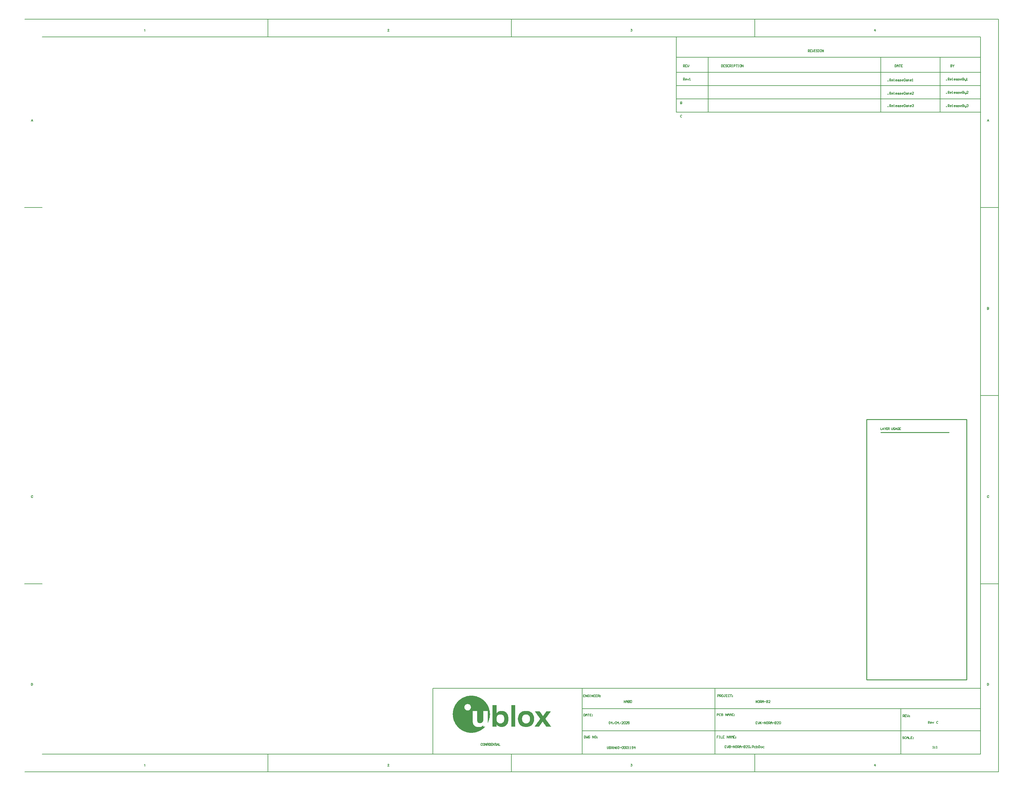
<source format=gko>
G04*
G04 #@! TF.GenerationSoftware,Altium Limited,Altium Designer,24.6.1 (21)*
G04*
G04 Layer_Color=16711935*
%FSLAX44Y44*%
%MOMM*%
G71*
G04*
G04 #@! TF.SameCoordinates,E70CDE82-3EE1-4166-B2EF-4B71CB92BF6A*
G04*
G04*
G04 #@! TF.FilePolarity,Positive*
G04*
G01*
G75*
%ADD12C,0.1270*%
%ADD14C,0.2540*%
%ADD19C,0.1500*%
G36*
X930835Y-543861D02*
X935370D01*
Y-544314D01*
X938092D01*
Y-544768D01*
X940359D01*
Y-545221D01*
X942173D01*
Y-545675D01*
X943988D01*
Y-546128D01*
X945348D01*
Y-546582D01*
X946709D01*
Y-547035D01*
X948070D01*
Y-547489D01*
X948977D01*
Y-547943D01*
X950338D01*
Y-548396D01*
X951245D01*
Y-548850D01*
X952152D01*
Y-549303D01*
X953059D01*
Y-549757D01*
X953966D01*
Y-550210D01*
X954873D01*
Y-550664D01*
X955327D01*
Y-551117D01*
X956234D01*
Y-551571D01*
X957141D01*
Y-552024D01*
X957594D01*
Y-552478D01*
X958502D01*
Y-552932D01*
X958955D01*
Y-553385D01*
X959862D01*
Y-553839D01*
X960316D01*
Y-554292D01*
X960769D01*
Y-554746D01*
X961676D01*
Y-555199D01*
X962130D01*
Y-555653D01*
X962583D01*
Y-556106D01*
X963037D01*
Y-556560D01*
X963944D01*
Y-557014D01*
X964398D01*
Y-557467D01*
X964851D01*
Y-557921D01*
X965305D01*
Y-558374D01*
X965758D01*
Y-558828D01*
X966212D01*
Y-559281D01*
X966665D01*
Y-559735D01*
X967119D01*
Y-560188D01*
X967573D01*
Y-560642D01*
X968026D01*
Y-561096D01*
X968480D01*
Y-561549D01*
X968933D01*
Y-562003D01*
Y-562456D01*
X969387D01*
Y-562910D01*
X969840D01*
Y-563363D01*
X970294D01*
Y-563817D01*
X970748D01*
Y-564271D01*
Y-564724D01*
X971201D01*
Y-565178D01*
X971655D01*
Y-565631D01*
X972108D01*
Y-566085D01*
Y-566538D01*
X972562D01*
Y-566992D01*
X973015D01*
Y-567445D01*
Y-567899D01*
X973469D01*
Y-568353D01*
X973922D01*
Y-568806D01*
Y-569260D01*
X974376D01*
Y-569713D01*
X974829D01*
Y-570167D01*
Y-570620D01*
X975283D01*
Y-571074D01*
Y-571527D01*
X975737D01*
Y-571981D01*
Y-572435D01*
X976190D01*
Y-572888D01*
Y-573342D01*
X976644D01*
Y-573795D01*
Y-574249D01*
X977097D01*
Y-574702D01*
Y-575156D01*
X977551D01*
Y-575609D01*
Y-576063D01*
X978004D01*
Y-576516D01*
Y-576970D01*
Y-577424D01*
X978458D01*
Y-577877D01*
Y-578331D01*
X978912D01*
Y-578784D01*
Y-579238D01*
Y-579691D01*
X979365D01*
Y-580145D01*
Y-580598D01*
Y-581052D01*
X979819D01*
Y-581506D01*
Y-581959D01*
Y-582413D01*
Y-582866D01*
X980272D01*
Y-583320D01*
Y-583773D01*
Y-584227D01*
Y-584680D01*
X980726D01*
Y-585134D01*
Y-585588D01*
Y-586041D01*
Y-586495D01*
X981179D01*
Y-586948D01*
Y-587402D01*
Y-587855D01*
Y-588309D01*
Y-588763D01*
Y-589216D01*
Y-589670D01*
X981633D01*
Y-590123D01*
Y-590577D01*
Y-591030D01*
Y-591484D01*
Y-591937D01*
Y-592391D01*
Y-592845D01*
Y-593298D01*
Y-593752D01*
Y-594205D01*
Y-594659D01*
X982086D01*
Y-595112D01*
Y-595566D01*
Y-596019D01*
Y-596473D01*
Y-596926D01*
Y-597380D01*
Y-597834D01*
Y-598287D01*
Y-598741D01*
Y-599194D01*
X981633D01*
Y-599648D01*
Y-600101D01*
Y-600555D01*
Y-601008D01*
Y-601462D01*
Y-601916D01*
Y-602369D01*
Y-602823D01*
Y-603276D01*
Y-603730D01*
Y-604183D01*
X981179D01*
Y-604637D01*
Y-605090D01*
Y-605544D01*
Y-605998D01*
Y-606451D01*
Y-606905D01*
X980726D01*
Y-607358D01*
Y-607812D01*
Y-608265D01*
Y-608719D01*
Y-609173D01*
X980272D01*
Y-609626D01*
Y-610080D01*
Y-610533D01*
Y-610987D01*
X979819D01*
Y-611440D01*
Y-611894D01*
Y-612347D01*
Y-612801D01*
X979365D01*
Y-613255D01*
Y-613708D01*
Y-614162D01*
X978912D01*
Y-614615D01*
Y-615069D01*
X978458D01*
Y-615522D01*
Y-615976D01*
Y-616429D01*
X978004D01*
Y-616883D01*
Y-617337D01*
X977551D01*
Y-617790D01*
Y-618244D01*
Y-618697D01*
X977097D01*
Y-619151D01*
Y-619604D01*
X976644D01*
Y-620058D01*
Y-620511D01*
X976190D01*
Y-620965D01*
Y-621418D01*
X975737D01*
Y-621872D01*
Y-622326D01*
X975283D01*
Y-621872D01*
Y-621418D01*
Y-620965D01*
Y-620511D01*
Y-620058D01*
Y-619604D01*
Y-619151D01*
Y-618697D01*
Y-618244D01*
Y-617790D01*
Y-617337D01*
Y-616883D01*
Y-616429D01*
Y-615976D01*
Y-615522D01*
Y-615069D01*
Y-614615D01*
Y-614162D01*
Y-613708D01*
Y-613255D01*
Y-612801D01*
Y-612347D01*
Y-611894D01*
Y-611440D01*
Y-610987D01*
Y-610533D01*
Y-610080D01*
Y-609626D01*
Y-609173D01*
Y-608719D01*
Y-608265D01*
Y-607812D01*
Y-607358D01*
Y-606905D01*
Y-606451D01*
Y-605998D01*
Y-605544D01*
Y-605090D01*
Y-604637D01*
Y-604183D01*
Y-603730D01*
Y-603276D01*
Y-602823D01*
Y-602369D01*
Y-601916D01*
Y-601462D01*
Y-601008D01*
Y-600555D01*
Y-600101D01*
Y-599648D01*
Y-599194D01*
Y-598741D01*
Y-598287D01*
Y-597834D01*
Y-597380D01*
Y-596926D01*
Y-596473D01*
Y-596019D01*
Y-595566D01*
Y-595112D01*
Y-594659D01*
Y-594205D01*
Y-593752D01*
Y-593298D01*
Y-592845D01*
Y-592391D01*
Y-591937D01*
Y-591484D01*
Y-591030D01*
Y-590577D01*
Y-590123D01*
Y-589670D01*
Y-589216D01*
Y-588763D01*
Y-588309D01*
Y-587855D01*
X962583D01*
Y-588309D01*
Y-588763D01*
Y-589216D01*
Y-589670D01*
Y-590123D01*
Y-590577D01*
Y-591030D01*
Y-591484D01*
Y-591937D01*
Y-592391D01*
Y-592845D01*
Y-593298D01*
Y-593752D01*
Y-594205D01*
Y-594659D01*
Y-595112D01*
Y-595566D01*
Y-596019D01*
Y-596473D01*
Y-596926D01*
Y-597380D01*
Y-597834D01*
Y-598287D01*
Y-598741D01*
Y-599194D01*
Y-599648D01*
Y-600101D01*
Y-600555D01*
Y-601008D01*
Y-601462D01*
Y-601916D01*
Y-602369D01*
Y-602823D01*
Y-603276D01*
Y-603730D01*
Y-604183D01*
Y-604637D01*
Y-605090D01*
Y-605544D01*
Y-605998D01*
Y-606451D01*
Y-606905D01*
Y-607358D01*
Y-607812D01*
Y-608265D01*
Y-608719D01*
Y-609173D01*
Y-609626D01*
Y-610080D01*
Y-610533D01*
Y-610987D01*
Y-611440D01*
Y-611894D01*
Y-612347D01*
Y-612801D01*
Y-613255D01*
Y-613708D01*
Y-614162D01*
Y-614615D01*
Y-615069D01*
Y-615522D01*
X962130D01*
Y-615976D01*
Y-616429D01*
Y-616883D01*
Y-617337D01*
X961676D01*
Y-617790D01*
Y-618244D01*
X961223D01*
Y-618697D01*
Y-619151D01*
X960769D01*
Y-619604D01*
X960316D01*
Y-620058D01*
X959862D01*
Y-620511D01*
X959409D01*
Y-620965D01*
X958955D01*
Y-621418D01*
X958048D01*
Y-621872D01*
X956687D01*
Y-622326D01*
X950338D01*
Y-621872D01*
X948977D01*
Y-621418D01*
X948070D01*
Y-620965D01*
X947616D01*
Y-620511D01*
X947163D01*
Y-620058D01*
X946709D01*
Y-619604D01*
Y-619151D01*
X946255D01*
Y-618697D01*
Y-618244D01*
X945802D01*
Y-617790D01*
Y-617337D01*
Y-616883D01*
Y-616429D01*
X945348D01*
Y-615976D01*
Y-615522D01*
Y-615069D01*
Y-614615D01*
Y-614162D01*
Y-613708D01*
Y-613255D01*
Y-612801D01*
Y-612347D01*
Y-611894D01*
Y-611440D01*
Y-610987D01*
Y-610533D01*
Y-610080D01*
Y-609626D01*
Y-609173D01*
Y-608719D01*
Y-608265D01*
Y-607812D01*
Y-607358D01*
Y-606905D01*
Y-606451D01*
Y-605998D01*
Y-605544D01*
Y-605090D01*
Y-604637D01*
Y-604183D01*
Y-603730D01*
Y-603276D01*
Y-602823D01*
Y-602369D01*
Y-601916D01*
Y-601462D01*
Y-601008D01*
Y-600555D01*
Y-600101D01*
Y-599648D01*
Y-599194D01*
Y-598741D01*
Y-598287D01*
Y-597834D01*
Y-597380D01*
Y-596926D01*
Y-596473D01*
Y-596019D01*
Y-595566D01*
Y-595112D01*
Y-594659D01*
Y-594205D01*
Y-593752D01*
Y-593298D01*
Y-592845D01*
Y-592391D01*
Y-591937D01*
Y-591484D01*
Y-591030D01*
Y-590577D01*
Y-590123D01*
Y-589670D01*
Y-589216D01*
Y-588763D01*
Y-588309D01*
Y-587855D01*
X932649D01*
Y-588309D01*
Y-588763D01*
Y-589216D01*
Y-589670D01*
Y-590123D01*
Y-590577D01*
Y-591030D01*
Y-591484D01*
Y-591937D01*
Y-592391D01*
Y-592845D01*
Y-593298D01*
Y-593752D01*
Y-594205D01*
Y-594659D01*
Y-595112D01*
Y-595566D01*
Y-596019D01*
Y-596473D01*
Y-596926D01*
Y-597380D01*
Y-597834D01*
Y-598287D01*
Y-598741D01*
Y-599194D01*
Y-599648D01*
Y-600101D01*
Y-600555D01*
Y-601008D01*
Y-601462D01*
Y-601916D01*
Y-602369D01*
Y-602823D01*
Y-603276D01*
Y-603730D01*
Y-604183D01*
Y-604637D01*
Y-605090D01*
Y-605544D01*
Y-605998D01*
Y-606451D01*
Y-606905D01*
Y-607358D01*
Y-607812D01*
Y-608265D01*
Y-608719D01*
Y-609173D01*
Y-609626D01*
Y-610080D01*
Y-610533D01*
Y-610987D01*
Y-611440D01*
Y-611894D01*
Y-612347D01*
Y-612801D01*
Y-613255D01*
Y-613708D01*
Y-614162D01*
Y-614615D01*
Y-615069D01*
Y-615522D01*
Y-615976D01*
Y-616429D01*
Y-616883D01*
Y-617337D01*
Y-617790D01*
Y-618244D01*
Y-618697D01*
Y-619151D01*
Y-619604D01*
Y-620058D01*
Y-620511D01*
Y-620965D01*
X933102D01*
Y-621418D01*
Y-621872D01*
Y-622326D01*
Y-622779D01*
X933556D01*
Y-623233D01*
Y-623686D01*
Y-624140D01*
X934009D01*
Y-624593D01*
Y-625047D01*
Y-625501D01*
X934463D01*
Y-625954D01*
Y-626408D01*
X934917D01*
Y-626861D01*
X935370D01*
Y-627315D01*
Y-627768D01*
X935824D01*
Y-628222D01*
X936277D01*
Y-628675D01*
X936731D01*
Y-629129D01*
X937184D01*
Y-629583D01*
X937638D01*
Y-630036D01*
X938092D01*
Y-630490D01*
X938999D01*
Y-630943D01*
X939452D01*
Y-631397D01*
X940359D01*
Y-631850D01*
X941266D01*
Y-632304D01*
X942173D01*
Y-632757D01*
X943534D01*
Y-633211D01*
X945348D01*
Y-633665D01*
X954419D01*
Y-633211D01*
X956234D01*
Y-632757D01*
X957141D01*
Y-632304D01*
X958502D01*
Y-631850D01*
X958955D01*
Y-631397D01*
X959862D01*
Y-630943D01*
X960316D01*
Y-630490D01*
X960769D01*
Y-630036D01*
X961676D01*
Y-629583D01*
X962130D01*
Y-629129D01*
X962583D01*
Y-628675D01*
Y-628222D01*
X963037D01*
Y-628675D01*
Y-629129D01*
Y-629583D01*
Y-630036D01*
Y-630490D01*
Y-630943D01*
Y-631397D01*
Y-631850D01*
Y-632304D01*
Y-632757D01*
X968026D01*
Y-633211D01*
X967573D01*
Y-633665D01*
X967119D01*
Y-634118D01*
X966665D01*
Y-634572D01*
X966212D01*
Y-635025D01*
X965758D01*
Y-635479D01*
X965305D01*
Y-635932D01*
X964851D01*
Y-636386D01*
X964398D01*
Y-636839D01*
X963491D01*
Y-637293D01*
X963037D01*
Y-637747D01*
X962583D01*
Y-638200D01*
X962130D01*
Y-638654D01*
X961223D01*
Y-639107D01*
X960769D01*
Y-639561D01*
X960316D01*
Y-640014D01*
X959409D01*
Y-640468D01*
X958955D01*
Y-640921D01*
X958048D01*
Y-641375D01*
X957594D01*
Y-641829D01*
X956687D01*
Y-642282D01*
X956234D01*
Y-642736D01*
X955327D01*
Y-643189D01*
X954419D01*
Y-643643D01*
X953512D01*
Y-644096D01*
X953059D01*
Y-644550D01*
X952152D01*
Y-645004D01*
X950791D01*
Y-645457D01*
X949884D01*
Y-645911D01*
X948977D01*
Y-646364D01*
X947616D01*
Y-646818D01*
X946709D01*
Y-647271D01*
X945348D01*
Y-647725D01*
X943534D01*
Y-648178D01*
X942173D01*
Y-648632D01*
X940359D01*
Y-649085D01*
X937638D01*
Y-649539D01*
X934463D01*
Y-649993D01*
X922671D01*
Y-649539D01*
X919496D01*
Y-649085D01*
X917228D01*
Y-648632D01*
X915414D01*
Y-648178D01*
X913599D01*
Y-647725D01*
X912239D01*
Y-647271D01*
X910878D01*
Y-646818D01*
X909518D01*
Y-646364D01*
X908610D01*
Y-645911D01*
X907250D01*
Y-645457D01*
X906343D01*
Y-645004D01*
X905435D01*
Y-644550D01*
X904528D01*
Y-644096D01*
X903621D01*
Y-643643D01*
X902714D01*
Y-643189D01*
X901807D01*
Y-642736D01*
X901354D01*
Y-642282D01*
X900446D01*
Y-641829D01*
X899539D01*
Y-641375D01*
X899086D01*
Y-640921D01*
X898179D01*
Y-640468D01*
X897725D01*
Y-640014D01*
X897271D01*
Y-639561D01*
X896364D01*
Y-639107D01*
X895911D01*
Y-638654D01*
X895457D01*
Y-638200D01*
X894550D01*
Y-637747D01*
X894097D01*
Y-637293D01*
X893643D01*
Y-636839D01*
X893189D01*
Y-636386D01*
X892736D01*
Y-635932D01*
X892282D01*
Y-635479D01*
X891829D01*
Y-635025D01*
X891375D01*
Y-634572D01*
X890922D01*
Y-634118D01*
X890468D01*
Y-633665D01*
X890015D01*
Y-633211D01*
X889561D01*
Y-632757D01*
X889108D01*
Y-632304D01*
X888654D01*
Y-631850D01*
X888200D01*
Y-631397D01*
X887747D01*
Y-630943D01*
X887293D01*
Y-630490D01*
Y-630036D01*
X886840D01*
Y-629583D01*
X886386D01*
Y-629129D01*
X885933D01*
Y-628675D01*
X885479D01*
Y-628222D01*
Y-627768D01*
X885025D01*
Y-627315D01*
X884572D01*
Y-626861D01*
Y-626408D01*
X884118D01*
Y-625954D01*
X883665D01*
Y-625501D01*
Y-625047D01*
X883211D01*
Y-624593D01*
X882758D01*
Y-624140D01*
Y-623686D01*
X882304D01*
Y-623233D01*
Y-622779D01*
X881851D01*
Y-622326D01*
Y-621872D01*
X881397D01*
Y-621418D01*
Y-620965D01*
X880944D01*
Y-620511D01*
Y-620058D01*
X880490D01*
Y-619604D01*
Y-619151D01*
X880036D01*
Y-618697D01*
Y-618244D01*
X879583D01*
Y-617790D01*
Y-617337D01*
X879129D01*
Y-616883D01*
Y-616429D01*
Y-615976D01*
X878676D01*
Y-615522D01*
Y-615069D01*
Y-614615D01*
X878222D01*
Y-614162D01*
Y-613708D01*
X877769D01*
Y-613255D01*
Y-612801D01*
Y-612347D01*
Y-611894D01*
X877315D01*
Y-611440D01*
Y-610987D01*
Y-610533D01*
X876861D01*
Y-610080D01*
Y-609626D01*
Y-609173D01*
Y-608719D01*
X876408D01*
Y-608265D01*
Y-607812D01*
Y-607358D01*
Y-606905D01*
Y-606451D01*
X875954D01*
Y-605998D01*
Y-605544D01*
Y-605090D01*
Y-604637D01*
Y-604183D01*
Y-603730D01*
Y-603276D01*
X875501D01*
Y-602823D01*
Y-602369D01*
Y-601916D01*
Y-601462D01*
Y-601008D01*
Y-600555D01*
Y-600101D01*
Y-599648D01*
Y-599194D01*
Y-598741D01*
X875047D01*
Y-598287D01*
Y-597834D01*
Y-597380D01*
Y-596926D01*
Y-596473D01*
Y-596019D01*
Y-595566D01*
Y-595112D01*
Y-594659D01*
X875501D01*
Y-594205D01*
Y-593752D01*
Y-593298D01*
Y-592845D01*
Y-592391D01*
Y-591937D01*
Y-591484D01*
Y-591030D01*
Y-590577D01*
X875954D01*
Y-590123D01*
Y-589670D01*
Y-589216D01*
Y-588763D01*
Y-588309D01*
Y-587855D01*
Y-587402D01*
X876408D01*
Y-586948D01*
Y-586495D01*
Y-586041D01*
Y-585588D01*
Y-585134D01*
X876861D01*
Y-584680D01*
Y-584227D01*
Y-583773D01*
Y-583320D01*
X877315D01*
Y-582866D01*
Y-582413D01*
Y-581959D01*
Y-581506D01*
X877769D01*
Y-581052D01*
Y-580598D01*
Y-580145D01*
X878222D01*
Y-579691D01*
Y-579238D01*
Y-578784D01*
X878676D01*
Y-578331D01*
Y-577877D01*
X879129D01*
Y-577424D01*
Y-576970D01*
Y-576516D01*
X879583D01*
Y-576063D01*
Y-575609D01*
X880036D01*
Y-575156D01*
Y-574702D01*
Y-574249D01*
X880490D01*
Y-573795D01*
Y-573342D01*
X880944D01*
Y-572888D01*
Y-572435D01*
X881397D01*
Y-571981D01*
Y-571527D01*
X881851D01*
Y-571074D01*
X882304D01*
Y-570620D01*
Y-570167D01*
X882758D01*
Y-569713D01*
Y-569260D01*
X883211D01*
Y-568806D01*
X883665D01*
Y-568353D01*
Y-567899D01*
X884118D01*
Y-567445D01*
X884572D01*
Y-566992D01*
Y-566538D01*
X885025D01*
Y-566085D01*
X885479D01*
Y-565631D01*
Y-565178D01*
X885933D01*
Y-564724D01*
X886386D01*
Y-564271D01*
X886840D01*
Y-563817D01*
Y-563363D01*
X887293D01*
Y-562910D01*
X887747D01*
Y-562456D01*
X888200D01*
Y-562003D01*
X888654D01*
Y-561549D01*
X889108D01*
Y-561096D01*
X889561D01*
Y-560642D01*
X890015D01*
Y-560188D01*
Y-559735D01*
X890468D01*
Y-559281D01*
X890922D01*
Y-558828D01*
X891375D01*
Y-558374D01*
X892282D01*
Y-557921D01*
X892736D01*
Y-557467D01*
X893189D01*
Y-557014D01*
X893643D01*
Y-556560D01*
X894097D01*
Y-556106D01*
X894550D01*
Y-555653D01*
X895004D01*
Y-555199D01*
X895911D01*
Y-554746D01*
X896364D01*
Y-554292D01*
X896818D01*
Y-553839D01*
X897725D01*
Y-553385D01*
X898179D01*
Y-552932D01*
X899086D01*
Y-552478D01*
X899539D01*
Y-552024D01*
X900446D01*
Y-551571D01*
X900900D01*
Y-551117D01*
X901807D01*
Y-550664D01*
X902714D01*
Y-550210D01*
X903168D01*
Y-549757D01*
X904528D01*
Y-549303D01*
X905435D01*
Y-548850D01*
X906343D01*
Y-548396D01*
X907250D01*
Y-547943D01*
X908157D01*
Y-547489D01*
X909518D01*
Y-547035D01*
X910425D01*
Y-546582D01*
X911785D01*
Y-546128D01*
X913146D01*
Y-545675D01*
X914960D01*
Y-545221D01*
X916774D01*
Y-544768D01*
X919042D01*
Y-544314D01*
X922217D01*
Y-543861D01*
X926753D01*
Y-543407D01*
X930835D01*
Y-543861D01*
D02*
G37*
G36*
X1001136Y-571074D02*
Y-571527D01*
Y-571981D01*
Y-572435D01*
Y-572888D01*
Y-573342D01*
Y-573795D01*
Y-574249D01*
Y-574702D01*
Y-575156D01*
Y-575609D01*
Y-576063D01*
Y-576516D01*
Y-576970D01*
Y-577424D01*
Y-577877D01*
Y-578331D01*
Y-578784D01*
Y-579238D01*
Y-579691D01*
Y-580145D01*
Y-580598D01*
Y-581052D01*
Y-581506D01*
Y-581959D01*
Y-582413D01*
Y-582866D01*
Y-583320D01*
Y-583773D01*
Y-584227D01*
Y-584680D01*
Y-585134D01*
Y-585588D01*
Y-586041D01*
Y-586495D01*
Y-586948D01*
Y-587402D01*
Y-587855D01*
Y-588309D01*
Y-588763D01*
Y-589216D01*
Y-589670D01*
Y-590123D01*
Y-590577D01*
Y-591030D01*
Y-591484D01*
Y-591937D01*
Y-592391D01*
Y-592845D01*
Y-593298D01*
X1002043D01*
Y-592845D01*
X1002496D01*
Y-592391D01*
X1002950D01*
Y-591937D01*
X1003404D01*
Y-591484D01*
X1003857D01*
Y-591030D01*
X1004311D01*
Y-590577D01*
X1004764D01*
Y-590123D01*
X1005671D01*
Y-589670D01*
X1006125D01*
Y-589216D01*
X1007032D01*
Y-588763D01*
X1007939D01*
Y-588309D01*
X1009300D01*
Y-587855D01*
X1011114D01*
Y-587402D01*
X1019732D01*
Y-587855D01*
X1021546D01*
Y-588309D01*
X1022906D01*
Y-588763D01*
X1024267D01*
Y-589216D01*
X1025174D01*
Y-589670D01*
X1025628D01*
Y-590123D01*
X1026535D01*
Y-590577D01*
X1026989D01*
Y-591030D01*
X1027896D01*
Y-591484D01*
X1028349D01*
Y-591937D01*
X1028803D01*
Y-592391D01*
X1029256D01*
Y-592845D01*
X1029710D01*
Y-593298D01*
X1030163D01*
Y-593752D01*
Y-594205D01*
X1030617D01*
Y-594659D01*
X1031070D01*
Y-595112D01*
X1031524D01*
Y-595566D01*
Y-596019D01*
X1031978D01*
Y-596473D01*
Y-596926D01*
X1032431D01*
Y-597380D01*
Y-597834D01*
X1032885D01*
Y-598287D01*
Y-598741D01*
X1033338D01*
Y-599194D01*
Y-599648D01*
Y-600101D01*
X1033792D01*
Y-600555D01*
Y-601008D01*
Y-601462D01*
Y-601916D01*
X1034245D01*
Y-602369D01*
Y-602823D01*
Y-603276D01*
Y-603730D01*
Y-604183D01*
X1034699D01*
Y-604637D01*
Y-605090D01*
Y-605544D01*
Y-605998D01*
Y-606451D01*
Y-606905D01*
Y-607358D01*
Y-607812D01*
Y-608265D01*
X1035153D01*
Y-608719D01*
X1034699D01*
Y-609173D01*
Y-609626D01*
Y-610080D01*
Y-610533D01*
Y-610987D01*
Y-611440D01*
Y-611894D01*
Y-612347D01*
Y-612801D01*
Y-613255D01*
Y-613708D01*
Y-614162D01*
Y-614615D01*
Y-615069D01*
Y-615522D01*
Y-615976D01*
Y-616429D01*
X1034245D01*
Y-616883D01*
Y-617337D01*
Y-617790D01*
Y-618244D01*
Y-618697D01*
X1033792D01*
Y-619151D01*
Y-619604D01*
Y-620058D01*
X1033338D01*
Y-620511D01*
Y-620965D01*
Y-621418D01*
X1032885D01*
Y-621872D01*
Y-622326D01*
Y-622779D01*
X1032431D01*
Y-623233D01*
Y-623686D01*
X1031978D01*
Y-624140D01*
Y-624593D01*
X1031524D01*
Y-625047D01*
X1031070D01*
Y-625501D01*
Y-625954D01*
X1030617D01*
Y-626408D01*
X1030163D01*
Y-626861D01*
X1029710D01*
Y-627315D01*
X1029256D01*
Y-627768D01*
Y-628222D01*
X1028349D01*
Y-628675D01*
X1027896D01*
Y-629129D01*
X1027442D01*
Y-629583D01*
X1026989D01*
Y-630036D01*
X1026081D01*
Y-630490D01*
X1025628D01*
Y-630943D01*
X1024721D01*
Y-631397D01*
X1023814D01*
Y-631850D01*
X1022906D01*
Y-632304D01*
X1021546D01*
Y-632757D01*
X1019278D01*
Y-633211D01*
X1011568D01*
Y-632757D01*
X1009300D01*
Y-632304D01*
X1008393D01*
Y-631850D01*
X1007032D01*
Y-631397D01*
X1006579D01*
Y-630943D01*
X1005671D01*
Y-630490D01*
X1005218D01*
Y-630036D01*
X1004311D01*
Y-629583D01*
X1003857D01*
Y-629129D01*
X1003404D01*
Y-628675D01*
X1002950D01*
Y-628222D01*
X1002496D01*
Y-627768D01*
X1002043D01*
Y-627315D01*
X1001589D01*
Y-626861D01*
Y-626408D01*
X1000682D01*
Y-626861D01*
Y-627315D01*
Y-627768D01*
Y-628222D01*
Y-628675D01*
Y-629129D01*
Y-629583D01*
Y-630036D01*
Y-630490D01*
Y-630943D01*
Y-631397D01*
Y-631850D01*
Y-632304D01*
X989343D01*
Y-631850D01*
Y-631397D01*
Y-630943D01*
Y-630490D01*
Y-630036D01*
Y-629583D01*
Y-629129D01*
Y-628675D01*
Y-628222D01*
Y-627768D01*
Y-627315D01*
Y-626861D01*
Y-626408D01*
Y-625954D01*
Y-625501D01*
Y-625047D01*
Y-624593D01*
Y-624140D01*
Y-623686D01*
Y-623233D01*
Y-622779D01*
Y-622326D01*
Y-621872D01*
Y-621418D01*
Y-620965D01*
Y-620511D01*
Y-620058D01*
Y-619604D01*
Y-619151D01*
Y-618697D01*
Y-618244D01*
Y-617790D01*
Y-617337D01*
Y-616883D01*
Y-616429D01*
Y-615976D01*
Y-615522D01*
Y-615069D01*
Y-614615D01*
Y-614162D01*
Y-613708D01*
Y-613255D01*
Y-612801D01*
Y-612347D01*
Y-611894D01*
Y-611440D01*
Y-610987D01*
Y-610533D01*
Y-610080D01*
Y-609626D01*
Y-609173D01*
Y-608719D01*
Y-608265D01*
Y-607812D01*
Y-607358D01*
Y-606905D01*
Y-606451D01*
Y-605998D01*
Y-605544D01*
Y-605090D01*
Y-604637D01*
Y-604183D01*
Y-603730D01*
Y-603276D01*
Y-602823D01*
Y-602369D01*
Y-601916D01*
Y-601462D01*
Y-601008D01*
Y-600555D01*
Y-600101D01*
Y-599648D01*
Y-599194D01*
Y-598741D01*
Y-598287D01*
Y-597834D01*
Y-597380D01*
Y-596926D01*
Y-596473D01*
Y-596019D01*
Y-595566D01*
Y-595112D01*
Y-594659D01*
Y-594205D01*
Y-593752D01*
Y-593298D01*
Y-592845D01*
Y-592391D01*
Y-591937D01*
Y-591484D01*
Y-591030D01*
Y-590577D01*
Y-590123D01*
Y-589670D01*
Y-589216D01*
Y-588763D01*
Y-588309D01*
Y-587855D01*
Y-587402D01*
Y-586948D01*
Y-586495D01*
Y-586041D01*
Y-585588D01*
Y-585134D01*
Y-584680D01*
Y-584227D01*
Y-583773D01*
Y-583320D01*
Y-582866D01*
Y-582413D01*
Y-581959D01*
Y-581506D01*
Y-581052D01*
Y-580598D01*
Y-580145D01*
Y-579691D01*
Y-579238D01*
Y-578784D01*
Y-578331D01*
Y-577877D01*
Y-577424D01*
Y-576970D01*
Y-576516D01*
Y-576063D01*
Y-575609D01*
Y-575156D01*
Y-574702D01*
Y-574249D01*
Y-573795D01*
Y-573342D01*
Y-572888D01*
Y-572435D01*
Y-571981D01*
Y-571527D01*
Y-571074D01*
Y-570620D01*
X1001136D01*
Y-571074D01*
D02*
G37*
G36*
X1054655D02*
Y-571527D01*
Y-571981D01*
Y-572435D01*
Y-572888D01*
Y-573342D01*
Y-573795D01*
Y-574249D01*
Y-574702D01*
Y-575156D01*
Y-575609D01*
Y-576063D01*
Y-576516D01*
Y-576970D01*
Y-577424D01*
Y-577877D01*
Y-578331D01*
Y-578784D01*
Y-579238D01*
Y-579691D01*
Y-580145D01*
Y-580598D01*
Y-581052D01*
Y-581506D01*
Y-581959D01*
Y-582413D01*
Y-582866D01*
Y-583320D01*
Y-583773D01*
Y-584227D01*
Y-584680D01*
Y-585134D01*
Y-585588D01*
Y-586041D01*
Y-586495D01*
Y-586948D01*
Y-587402D01*
Y-587855D01*
Y-588309D01*
Y-588763D01*
Y-589216D01*
Y-589670D01*
Y-590123D01*
Y-590577D01*
Y-591030D01*
Y-591484D01*
Y-591937D01*
Y-592391D01*
Y-592845D01*
Y-593298D01*
Y-593752D01*
Y-594205D01*
Y-594659D01*
Y-595112D01*
Y-595566D01*
Y-596019D01*
Y-596473D01*
Y-596926D01*
Y-597380D01*
Y-597834D01*
Y-598287D01*
Y-598741D01*
Y-599194D01*
Y-599648D01*
Y-600101D01*
Y-600555D01*
Y-601008D01*
Y-601462D01*
Y-601916D01*
Y-602369D01*
Y-602823D01*
Y-603276D01*
Y-603730D01*
Y-604183D01*
Y-604637D01*
Y-605090D01*
Y-605544D01*
Y-605998D01*
Y-606451D01*
Y-606905D01*
Y-607358D01*
Y-607812D01*
Y-608265D01*
Y-608719D01*
Y-609173D01*
Y-609626D01*
Y-610080D01*
Y-610533D01*
Y-610987D01*
Y-611440D01*
Y-611894D01*
Y-612347D01*
Y-612801D01*
Y-613255D01*
Y-613708D01*
Y-614162D01*
Y-614615D01*
Y-615069D01*
Y-615522D01*
Y-615976D01*
Y-616429D01*
Y-616883D01*
Y-617337D01*
Y-617790D01*
Y-618244D01*
Y-618697D01*
Y-619151D01*
Y-619604D01*
Y-620058D01*
Y-620511D01*
Y-620965D01*
Y-621418D01*
Y-621872D01*
Y-622326D01*
Y-622779D01*
Y-623233D01*
Y-623686D01*
Y-624140D01*
Y-624593D01*
Y-625047D01*
Y-625501D01*
Y-625954D01*
Y-626408D01*
Y-626861D01*
Y-627315D01*
Y-627768D01*
Y-628222D01*
Y-628675D01*
Y-629129D01*
Y-629583D01*
Y-630036D01*
Y-630490D01*
Y-630943D01*
Y-631397D01*
Y-631850D01*
Y-632304D01*
X1043316D01*
Y-631850D01*
Y-631397D01*
Y-630943D01*
Y-630490D01*
Y-630036D01*
Y-629583D01*
Y-629129D01*
Y-628675D01*
Y-628222D01*
Y-627768D01*
Y-627315D01*
Y-626861D01*
Y-626408D01*
Y-625954D01*
Y-625501D01*
Y-625047D01*
Y-624593D01*
Y-624140D01*
Y-623686D01*
Y-623233D01*
Y-622779D01*
Y-622326D01*
Y-621872D01*
Y-621418D01*
Y-620965D01*
Y-620511D01*
Y-620058D01*
Y-619604D01*
Y-619151D01*
Y-618697D01*
Y-618244D01*
Y-617790D01*
Y-617337D01*
Y-616883D01*
Y-616429D01*
Y-615976D01*
Y-615522D01*
Y-615069D01*
Y-614615D01*
Y-614162D01*
Y-613708D01*
Y-613255D01*
Y-612801D01*
Y-612347D01*
Y-611894D01*
Y-611440D01*
Y-610987D01*
Y-610533D01*
Y-610080D01*
Y-609626D01*
Y-609173D01*
Y-608719D01*
Y-608265D01*
Y-607812D01*
Y-607358D01*
Y-606905D01*
Y-606451D01*
Y-605998D01*
Y-605544D01*
Y-605090D01*
Y-604637D01*
Y-604183D01*
Y-603730D01*
Y-603276D01*
Y-602823D01*
Y-602369D01*
Y-601916D01*
Y-601462D01*
Y-601008D01*
Y-600555D01*
Y-600101D01*
Y-599648D01*
Y-599194D01*
Y-598741D01*
Y-598287D01*
Y-597834D01*
Y-597380D01*
Y-596926D01*
Y-596473D01*
Y-596019D01*
Y-595566D01*
Y-595112D01*
Y-594659D01*
Y-594205D01*
Y-593752D01*
Y-593298D01*
Y-592845D01*
Y-592391D01*
Y-591937D01*
Y-591484D01*
Y-591030D01*
Y-590577D01*
Y-590123D01*
Y-589670D01*
Y-589216D01*
Y-588763D01*
Y-588309D01*
Y-587855D01*
Y-587402D01*
Y-586948D01*
Y-586495D01*
Y-586041D01*
Y-585588D01*
Y-585134D01*
Y-584680D01*
Y-584227D01*
Y-583773D01*
Y-583320D01*
Y-582866D01*
Y-582413D01*
Y-581959D01*
Y-581506D01*
Y-581052D01*
Y-580598D01*
Y-580145D01*
Y-579691D01*
Y-579238D01*
Y-578784D01*
Y-578331D01*
Y-577877D01*
Y-577424D01*
Y-576970D01*
Y-576516D01*
Y-576063D01*
Y-575609D01*
Y-575156D01*
Y-574702D01*
Y-574249D01*
Y-573795D01*
Y-573342D01*
Y-572888D01*
Y-572435D01*
Y-571981D01*
Y-571527D01*
Y-571074D01*
Y-570620D01*
X1054655D01*
Y-571074D01*
D02*
G37*
G36*
X1090940Y-587855D02*
X1093208D01*
Y-588309D01*
X1094568D01*
Y-588763D01*
X1095929D01*
Y-589216D01*
X1096836D01*
Y-589670D01*
X1097743D01*
Y-590123D01*
X1098650D01*
Y-590577D01*
X1099557D01*
Y-591030D01*
X1100011D01*
Y-591484D01*
X1100918D01*
Y-591937D01*
X1101372D01*
Y-592391D01*
X1101825D01*
Y-592845D01*
X1102279D01*
Y-593298D01*
X1102732D01*
Y-593752D01*
X1103186D01*
Y-594205D01*
X1103639D01*
Y-594659D01*
X1104093D01*
Y-595112D01*
X1104547D01*
Y-595566D01*
Y-596019D01*
X1105000D01*
Y-596473D01*
X1105454D01*
Y-596926D01*
Y-597380D01*
X1105907D01*
Y-597834D01*
Y-598287D01*
X1106361D01*
Y-598741D01*
Y-599194D01*
X1106814D01*
Y-599648D01*
Y-600101D01*
X1107268D01*
Y-600555D01*
Y-601008D01*
Y-601462D01*
X1107721D01*
Y-601916D01*
Y-602369D01*
Y-602823D01*
Y-603276D01*
Y-603730D01*
X1108175D01*
Y-604183D01*
Y-604637D01*
Y-605090D01*
Y-605544D01*
Y-605998D01*
Y-606451D01*
Y-606905D01*
X1108628D01*
Y-607358D01*
Y-607812D01*
Y-608265D01*
Y-608719D01*
Y-609173D01*
Y-609626D01*
Y-610080D01*
Y-610533D01*
Y-610987D01*
Y-611440D01*
Y-611894D01*
Y-612347D01*
Y-612801D01*
Y-613255D01*
Y-613708D01*
X1108175D01*
Y-614162D01*
Y-614615D01*
Y-615069D01*
Y-615522D01*
Y-615976D01*
Y-616429D01*
Y-616883D01*
X1107721D01*
Y-617337D01*
Y-617790D01*
Y-618244D01*
Y-618697D01*
X1107268D01*
Y-619151D01*
Y-619604D01*
Y-620058D01*
X1106814D01*
Y-620511D01*
Y-620965D01*
Y-621418D01*
X1106361D01*
Y-621872D01*
Y-622326D01*
X1105907D01*
Y-622779D01*
Y-623233D01*
X1105454D01*
Y-623686D01*
Y-624140D01*
X1105000D01*
Y-624593D01*
X1104547D01*
Y-625047D01*
X1104093D01*
Y-625501D01*
Y-625954D01*
X1103639D01*
Y-626408D01*
X1103186D01*
Y-626861D01*
X1102732D01*
Y-627315D01*
X1102279D01*
Y-627768D01*
X1101825D01*
Y-628222D01*
X1101372D01*
Y-628675D01*
X1100465D01*
Y-629129D01*
X1100011D01*
Y-629583D01*
X1099104D01*
Y-630036D01*
X1098650D01*
Y-630490D01*
X1097743D01*
Y-630943D01*
X1096836D01*
Y-631397D01*
X1095475D01*
Y-631850D01*
X1094115D01*
Y-632304D01*
X1092754D01*
Y-632757D01*
X1090486D01*
Y-633211D01*
X1080962D01*
Y-632757D01*
X1078240D01*
Y-632304D01*
X1076426D01*
Y-631850D01*
X1075519D01*
Y-631397D01*
X1074158D01*
Y-630943D01*
X1073251D01*
Y-630490D01*
X1072344D01*
Y-630036D01*
X1071890D01*
Y-629583D01*
X1070983D01*
Y-629129D01*
X1070530D01*
Y-628675D01*
X1069623D01*
Y-628222D01*
X1069169D01*
Y-627768D01*
X1068716D01*
Y-627315D01*
X1068262D01*
Y-626861D01*
X1067809D01*
Y-626408D01*
X1067355D01*
Y-625954D01*
X1066901D01*
Y-625501D01*
Y-625047D01*
X1066448D01*
Y-624593D01*
X1065994D01*
Y-624140D01*
X1065541D01*
Y-623686D01*
Y-623233D01*
X1065087D01*
Y-622779D01*
Y-622326D01*
X1064634D01*
Y-621872D01*
Y-621418D01*
X1064180D01*
Y-620965D01*
Y-620511D01*
Y-620058D01*
X1063727D01*
Y-619604D01*
Y-619151D01*
Y-618697D01*
X1063273D01*
Y-618244D01*
Y-617790D01*
Y-617337D01*
Y-616883D01*
X1062819D01*
Y-616429D01*
Y-615976D01*
Y-615522D01*
Y-615069D01*
Y-614615D01*
Y-614162D01*
Y-613708D01*
Y-613255D01*
X1062366D01*
Y-612801D01*
Y-612347D01*
Y-611894D01*
Y-611440D01*
Y-610987D01*
Y-610533D01*
Y-610080D01*
Y-609626D01*
Y-609173D01*
Y-608719D01*
Y-608265D01*
Y-607812D01*
Y-607358D01*
X1062819D01*
Y-606905D01*
Y-606451D01*
Y-605998D01*
Y-605544D01*
Y-605090D01*
Y-604637D01*
Y-604183D01*
Y-603730D01*
X1063273D01*
Y-603276D01*
Y-602823D01*
Y-602369D01*
Y-601916D01*
X1063727D01*
Y-601462D01*
Y-601008D01*
Y-600555D01*
X1064180D01*
Y-600101D01*
Y-599648D01*
Y-599194D01*
X1064634D01*
Y-598741D01*
Y-598287D01*
X1065087D01*
Y-597834D01*
Y-597380D01*
X1065541D01*
Y-596926D01*
Y-596473D01*
X1065994D01*
Y-596019D01*
X1066448D01*
Y-595566D01*
Y-595112D01*
X1066901D01*
Y-594659D01*
X1067355D01*
Y-594205D01*
X1067809D01*
Y-593752D01*
X1068262D01*
Y-593298D01*
X1068716D01*
Y-592845D01*
X1069169D01*
Y-592391D01*
X1069623D01*
Y-591937D01*
X1070076D01*
Y-591484D01*
X1070983D01*
Y-591030D01*
X1071437D01*
Y-590577D01*
X1072344D01*
Y-590123D01*
X1073251D01*
Y-589670D01*
X1074158D01*
Y-589216D01*
X1075065D01*
Y-588763D01*
X1076426D01*
Y-588309D01*
X1077787D01*
Y-587855D01*
X1080054D01*
Y-587402D01*
X1090940D01*
Y-587855D01*
D02*
G37*
G36*
X1156705Y-588763D02*
X1156252D01*
Y-589216D01*
Y-589670D01*
X1155798D01*
Y-590123D01*
X1155345D01*
Y-590577D01*
X1154891D01*
Y-591030D01*
Y-591484D01*
X1154438D01*
Y-591937D01*
X1153984D01*
Y-592391D01*
Y-592845D01*
X1153531D01*
Y-593298D01*
X1153077D01*
Y-593752D01*
X1152624D01*
Y-594205D01*
Y-594659D01*
X1152170D01*
Y-595112D01*
X1151716D01*
Y-595566D01*
X1151263D01*
Y-596019D01*
Y-596473D01*
X1150809D01*
Y-596926D01*
X1150356D01*
Y-597380D01*
X1149902D01*
Y-597834D01*
Y-598287D01*
X1149449D01*
Y-598741D01*
X1148995D01*
Y-599194D01*
Y-599648D01*
X1148541D01*
Y-600101D01*
X1148088D01*
Y-600555D01*
X1147634D01*
Y-601008D01*
Y-601462D01*
X1147181D01*
Y-601916D01*
X1146727D01*
Y-602369D01*
X1146274D01*
Y-602823D01*
Y-603276D01*
X1145820D01*
Y-603730D01*
X1145367D01*
Y-604183D01*
Y-604637D01*
X1144913D01*
Y-605090D01*
X1144460D01*
Y-605544D01*
X1144006D01*
Y-605998D01*
Y-606451D01*
X1143552D01*
Y-606905D01*
X1143099D01*
Y-607358D01*
X1142645D01*
Y-607812D01*
Y-608265D01*
X1142192D01*
Y-608719D01*
X1141738D01*
Y-609173D01*
X1141285D01*
Y-609626D01*
Y-610080D01*
Y-610533D01*
X1141738D01*
Y-610987D01*
Y-611440D01*
X1142192D01*
Y-611894D01*
X1142645D01*
Y-612347D01*
X1143099D01*
Y-612801D01*
Y-613255D01*
X1143552D01*
Y-613708D01*
X1144006D01*
Y-614162D01*
X1144460D01*
Y-614615D01*
Y-615069D01*
X1144913D01*
Y-615522D01*
X1145367D01*
Y-615976D01*
Y-616429D01*
X1145820D01*
Y-616883D01*
X1146274D01*
Y-617337D01*
X1146727D01*
Y-617790D01*
Y-618244D01*
X1147181D01*
Y-618697D01*
X1147634D01*
Y-619151D01*
X1148088D01*
Y-619604D01*
Y-620058D01*
X1148541D01*
Y-620511D01*
X1148995D01*
Y-620965D01*
X1149449D01*
Y-621418D01*
Y-621872D01*
X1149902D01*
Y-622326D01*
X1150356D01*
Y-622779D01*
X1150809D01*
Y-623233D01*
Y-623686D01*
X1151263D01*
Y-624140D01*
X1151716D01*
Y-624593D01*
X1152170D01*
Y-625047D01*
Y-625501D01*
X1152624D01*
Y-625954D01*
X1153077D01*
Y-626408D01*
X1153531D01*
Y-626861D01*
Y-627315D01*
X1153984D01*
Y-627768D01*
X1154438D01*
Y-628222D01*
Y-628675D01*
X1154891D01*
Y-629129D01*
X1155345D01*
Y-629583D01*
X1155798D01*
Y-630036D01*
Y-630490D01*
X1156252D01*
Y-630943D01*
X1156705D01*
Y-631397D01*
X1157159D01*
Y-631850D01*
X1157613D01*
Y-632304D01*
X1143099D01*
Y-631850D01*
Y-631397D01*
X1142645D01*
Y-630943D01*
X1142192D01*
Y-630490D01*
X1141738D01*
Y-630036D01*
Y-629583D01*
X1141285D01*
Y-629129D01*
X1140831D01*
Y-628675D01*
X1140378D01*
Y-628222D01*
Y-627768D01*
X1139924D01*
Y-627315D01*
X1139470D01*
Y-626861D01*
Y-626408D01*
X1139017D01*
Y-625954D01*
X1138563D01*
Y-625501D01*
X1138110D01*
Y-625047D01*
Y-624593D01*
X1137656D01*
Y-624140D01*
X1137203D01*
Y-623686D01*
X1136749D01*
Y-623233D01*
Y-622779D01*
X1136295D01*
Y-622326D01*
X1135842D01*
Y-621872D01*
Y-621418D01*
X1135388D01*
Y-620965D01*
X1134935D01*
Y-620511D01*
X1134481D01*
Y-620058D01*
Y-619604D01*
X1134028D01*
Y-619151D01*
X1133574D01*
Y-618697D01*
X1133121D01*
Y-618244D01*
X1132667D01*
Y-618697D01*
Y-619151D01*
X1132214D01*
Y-619604D01*
X1131760D01*
Y-620058D01*
X1131306D01*
Y-620511D01*
Y-620965D01*
X1130853D01*
Y-621418D01*
X1130399D01*
Y-621872D01*
Y-622326D01*
X1129946D01*
Y-622779D01*
X1129492D01*
Y-623233D01*
X1129039D01*
Y-623686D01*
Y-624140D01*
X1128585D01*
Y-624593D01*
X1128131D01*
Y-625047D01*
Y-625501D01*
X1127678D01*
Y-625954D01*
X1127224D01*
Y-626408D01*
X1126771D01*
Y-626861D01*
Y-627315D01*
X1126317D01*
Y-627768D01*
X1125864D01*
Y-628222D01*
Y-628675D01*
X1125410D01*
Y-629129D01*
X1124957D01*
Y-629583D01*
X1124503D01*
Y-630036D01*
Y-630490D01*
X1124049D01*
Y-630943D01*
X1123596D01*
Y-631397D01*
Y-631850D01*
X1123142D01*
Y-632304D01*
X1109989D01*
Y-631850D01*
X1110443D01*
Y-631397D01*
X1110896D01*
Y-630943D01*
Y-630490D01*
X1111350D01*
Y-630036D01*
X1111803D01*
Y-629583D01*
X1112257D01*
Y-629129D01*
Y-628675D01*
X1112711D01*
Y-628222D01*
X1113164D01*
Y-627768D01*
Y-627315D01*
X1113618D01*
Y-626861D01*
X1114071D01*
Y-626408D01*
X1114525D01*
Y-625954D01*
X1114978D01*
Y-625501D01*
Y-625047D01*
X1115432D01*
Y-624593D01*
X1115885D01*
Y-624140D01*
Y-623686D01*
X1116339D01*
Y-623233D01*
X1116793D01*
Y-622779D01*
X1117246D01*
Y-622326D01*
Y-621872D01*
X1117700D01*
Y-621418D01*
X1118153D01*
Y-620965D01*
X1118607D01*
Y-620511D01*
Y-620058D01*
X1119060D01*
Y-619604D01*
X1119514D01*
Y-619151D01*
X1119967D01*
Y-618697D01*
Y-618244D01*
X1120421D01*
Y-617790D01*
X1120875D01*
Y-617337D01*
X1121328D01*
Y-616883D01*
Y-616429D01*
X1121782D01*
Y-615976D01*
X1122235D01*
Y-615522D01*
X1122689D01*
Y-615069D01*
Y-614615D01*
X1123142D01*
Y-614162D01*
X1123596D01*
Y-613708D01*
X1124049D01*
Y-613255D01*
Y-612801D01*
X1124503D01*
Y-612347D01*
X1124957D01*
Y-611894D01*
Y-611440D01*
X1125410D01*
Y-610987D01*
X1125864D01*
Y-610533D01*
X1126317D01*
Y-610080D01*
Y-609626D01*
X1125864D01*
Y-609173D01*
X1125410D01*
Y-608719D01*
X1124957D01*
Y-608265D01*
Y-607812D01*
X1124503D01*
Y-607358D01*
X1124049D01*
Y-606905D01*
X1123596D01*
Y-606451D01*
Y-605998D01*
X1123142D01*
Y-605544D01*
X1122689D01*
Y-605090D01*
Y-604637D01*
X1122235D01*
Y-604183D01*
X1121782D01*
Y-603730D01*
X1121328D01*
Y-603276D01*
Y-602823D01*
X1120875D01*
Y-602369D01*
X1120421D01*
Y-601916D01*
X1119967D01*
Y-601462D01*
Y-601008D01*
X1119514D01*
Y-600555D01*
X1119060D01*
Y-600101D01*
Y-599648D01*
X1118607D01*
Y-599194D01*
X1118153D01*
Y-598741D01*
X1117700D01*
Y-598287D01*
Y-597834D01*
X1117246D01*
Y-597380D01*
X1116793D01*
Y-596926D01*
X1116339D01*
Y-596473D01*
Y-596019D01*
X1115885D01*
Y-595566D01*
X1115432D01*
Y-595112D01*
Y-594659D01*
X1114978D01*
Y-594205D01*
X1114525D01*
Y-593752D01*
X1114071D01*
Y-593298D01*
Y-592845D01*
X1113618D01*
Y-592391D01*
X1113164D01*
Y-591937D01*
X1112711D01*
Y-591484D01*
Y-591030D01*
X1112257D01*
Y-590577D01*
X1111803D01*
Y-590123D01*
Y-589670D01*
X1111350D01*
Y-589216D01*
X1110896D01*
Y-588763D01*
X1110443D01*
Y-588309D01*
X1124503D01*
Y-588763D01*
X1124957D01*
Y-589216D01*
X1125410D01*
Y-589670D01*
Y-590123D01*
X1125864D01*
Y-590577D01*
X1126317D01*
Y-591030D01*
X1126771D01*
Y-591484D01*
Y-591937D01*
X1127224D01*
Y-592391D01*
X1127678D01*
Y-592845D01*
Y-593298D01*
X1128131D01*
Y-593752D01*
X1128585D01*
Y-594205D01*
Y-594659D01*
X1129039D01*
Y-595112D01*
X1129492D01*
Y-595566D01*
X1129946D01*
Y-596019D01*
Y-596473D01*
X1130399D01*
Y-596926D01*
X1130853D01*
Y-597380D01*
Y-597834D01*
X1131306D01*
Y-598287D01*
X1131760D01*
Y-598741D01*
X1132214D01*
Y-599194D01*
Y-599648D01*
X1132667D01*
Y-600101D01*
X1133121D01*
Y-600555D01*
Y-601008D01*
X1133574D01*
Y-601462D01*
X1134028D01*
Y-601916D01*
X1134481D01*
Y-601462D01*
X1134935D01*
Y-601008D01*
Y-600555D01*
X1135388D01*
Y-600101D01*
X1135842D01*
Y-599648D01*
X1136295D01*
Y-599194D01*
Y-598741D01*
X1136749D01*
Y-598287D01*
X1137203D01*
Y-597834D01*
Y-597380D01*
X1137656D01*
Y-596926D01*
X1138110D01*
Y-596473D01*
X1138563D01*
Y-596019D01*
Y-595566D01*
X1139017D01*
Y-595112D01*
X1139470D01*
Y-594659D01*
Y-594205D01*
X1139924D01*
Y-593752D01*
X1140378D01*
Y-593298D01*
X1140831D01*
Y-592845D01*
Y-592391D01*
X1141285D01*
Y-591937D01*
X1141738D01*
Y-591484D01*
Y-591030D01*
X1142192D01*
Y-590577D01*
X1142645D01*
Y-590123D01*
X1143099D01*
Y-589670D01*
Y-589216D01*
X1143552D01*
Y-588763D01*
X1144006D01*
Y-588309D01*
X1156705D01*
Y-588763D01*
D02*
G37*
%LPC*%
G36*
X919042Y-567445D02*
X916774D01*
Y-567899D01*
X914960D01*
Y-568353D01*
X914053D01*
Y-568806D01*
X913146D01*
Y-569260D01*
X912239D01*
Y-569713D01*
X911785D01*
Y-570167D01*
X911332D01*
Y-570620D01*
X910878D01*
Y-571074D01*
X910425D01*
Y-571527D01*
Y-571981D01*
X909971D01*
Y-572435D01*
X909518D01*
Y-572888D01*
Y-573342D01*
X909064D01*
Y-573795D01*
Y-574249D01*
Y-574702D01*
Y-575156D01*
X908610D01*
Y-575609D01*
Y-576063D01*
Y-576516D01*
Y-576970D01*
Y-577424D01*
Y-577877D01*
Y-578331D01*
Y-578784D01*
X909064D01*
Y-579238D01*
Y-579691D01*
Y-580145D01*
X909518D01*
Y-580598D01*
Y-581052D01*
X909971D01*
Y-581506D01*
Y-581959D01*
X910425D01*
Y-582413D01*
X910878D01*
Y-582866D01*
X911332D01*
Y-583320D01*
X911785D01*
Y-583773D01*
X912239D01*
Y-584227D01*
X912692D01*
Y-584680D01*
X913599D01*
Y-585134D01*
X914507D01*
Y-585588D01*
X915867D01*
Y-586041D01*
X919949D01*
Y-585588D01*
X921310D01*
Y-585134D01*
X922217D01*
Y-584680D01*
X923124D01*
Y-584227D01*
X923578D01*
Y-583773D01*
X924031D01*
Y-583320D01*
X924938D01*
Y-582866D01*
Y-582413D01*
X925392D01*
Y-581959D01*
X925845D01*
Y-581506D01*
Y-581052D01*
X926299D01*
Y-580598D01*
Y-580145D01*
X926753D01*
Y-579691D01*
Y-579238D01*
Y-578784D01*
X927206D01*
Y-578331D01*
Y-577877D01*
Y-577424D01*
Y-576970D01*
Y-576516D01*
Y-576063D01*
Y-575609D01*
Y-575156D01*
X926753D01*
Y-574702D01*
Y-574249D01*
Y-573795D01*
Y-573342D01*
X926299D01*
Y-572888D01*
Y-572435D01*
X925845D01*
Y-571981D01*
Y-571527D01*
X925392D01*
Y-571074D01*
X924938D01*
Y-570620D01*
X924485D01*
Y-570167D01*
X924031D01*
Y-569713D01*
X923578D01*
Y-569260D01*
X922671D01*
Y-568806D01*
X922217D01*
Y-568353D01*
X920856D01*
Y-567899D01*
X919042D01*
Y-567445D01*
D02*
G37*
G36*
X1013835Y-597380D02*
X1009753D01*
Y-597834D01*
X1007939D01*
Y-598287D01*
X1006579D01*
Y-598741D01*
X1005671D01*
Y-599194D01*
X1005218D01*
Y-599648D01*
X1004311D01*
Y-600101D01*
X1003857D01*
Y-600555D01*
X1003404D01*
Y-601008D01*
Y-601462D01*
X1002950D01*
Y-601916D01*
X1002496D01*
Y-602369D01*
Y-602823D01*
X1002043D01*
Y-603276D01*
Y-603730D01*
X1001589D01*
Y-604183D01*
Y-604637D01*
Y-605090D01*
X1001136D01*
Y-605544D01*
Y-605998D01*
Y-606451D01*
Y-606905D01*
Y-607358D01*
X1000682D01*
Y-607812D01*
Y-608265D01*
Y-608719D01*
Y-609173D01*
Y-609626D01*
Y-610080D01*
Y-610533D01*
Y-610987D01*
Y-611440D01*
Y-611894D01*
Y-612347D01*
Y-612801D01*
Y-613255D01*
X1001136D01*
Y-613708D01*
Y-614162D01*
Y-614615D01*
Y-615069D01*
Y-615522D01*
X1001589D01*
Y-615976D01*
Y-616429D01*
Y-616883D01*
X1002043D01*
Y-617337D01*
Y-617790D01*
X1002496D01*
Y-618244D01*
Y-618697D01*
X1002950D01*
Y-619151D01*
X1003404D01*
Y-619604D01*
X1003857D01*
Y-620058D01*
X1004311D01*
Y-620511D01*
X1004764D01*
Y-620965D01*
X1005218D01*
Y-621418D01*
X1006125D01*
Y-621872D01*
X1007032D01*
Y-622326D01*
X1007939D01*
Y-622779D01*
X1010207D01*
Y-623233D01*
X1013382D01*
Y-622779D01*
X1015650D01*
Y-622326D01*
X1017010D01*
Y-621872D01*
X1017917D01*
Y-621418D01*
X1018371D01*
Y-620965D01*
X1019278D01*
Y-620511D01*
X1019732D01*
Y-620058D01*
X1020185D01*
Y-619604D01*
X1020639D01*
Y-619151D01*
Y-618697D01*
X1021092D01*
Y-618244D01*
X1021546D01*
Y-617790D01*
Y-617337D01*
X1021999D01*
Y-616883D01*
Y-616429D01*
Y-615976D01*
X1022453D01*
Y-615522D01*
Y-615069D01*
Y-614615D01*
Y-614162D01*
X1022906D01*
Y-613708D01*
Y-613255D01*
Y-612801D01*
Y-612347D01*
Y-611894D01*
Y-611440D01*
Y-610987D01*
Y-610533D01*
Y-610080D01*
Y-609626D01*
Y-609173D01*
Y-608719D01*
Y-608265D01*
Y-607812D01*
Y-607358D01*
Y-606905D01*
Y-606451D01*
Y-605998D01*
X1022453D01*
Y-605544D01*
Y-605090D01*
Y-604637D01*
Y-604183D01*
X1021999D01*
Y-603730D01*
Y-603276D01*
X1021546D01*
Y-602823D01*
Y-602369D01*
X1021092D01*
Y-601916D01*
Y-601462D01*
X1020639D01*
Y-601008D01*
X1020185D01*
Y-600555D01*
X1019732D01*
Y-600101D01*
X1019278D01*
Y-599648D01*
X1018824D01*
Y-599194D01*
X1017917D01*
Y-598741D01*
X1017010D01*
Y-598287D01*
X1016103D01*
Y-597834D01*
X1013835D01*
Y-597380D01*
D02*
G37*
G36*
X1087765D02*
X1083229D01*
Y-597834D01*
X1081415D01*
Y-598287D01*
X1080054D01*
Y-598741D01*
X1079147D01*
Y-599194D01*
X1078694D01*
Y-599648D01*
X1078240D01*
Y-600101D01*
X1077787D01*
Y-600555D01*
X1077333D01*
Y-601008D01*
X1076880D01*
Y-601462D01*
X1076426D01*
Y-601916D01*
X1075973D01*
Y-602369D01*
Y-602823D01*
X1075519D01*
Y-603276D01*
Y-603730D01*
X1075065D01*
Y-604183D01*
Y-604637D01*
Y-605090D01*
X1074612D01*
Y-605544D01*
Y-605998D01*
Y-606451D01*
Y-606905D01*
Y-607358D01*
Y-607812D01*
Y-608265D01*
X1074158D01*
Y-608719D01*
Y-609173D01*
Y-609626D01*
Y-610080D01*
Y-610533D01*
Y-610987D01*
Y-611440D01*
Y-611894D01*
X1074612D01*
Y-612347D01*
Y-612801D01*
Y-613255D01*
Y-613708D01*
Y-614162D01*
Y-614615D01*
Y-615069D01*
X1075065D01*
Y-615522D01*
Y-615976D01*
Y-616429D01*
X1075519D01*
Y-616883D01*
Y-617337D01*
Y-617790D01*
X1075973D01*
Y-618244D01*
X1076426D01*
Y-618697D01*
Y-619151D01*
X1076880D01*
Y-619604D01*
X1077333D01*
Y-620058D01*
X1077787D01*
Y-620511D01*
X1078240D01*
Y-620965D01*
X1078694D01*
Y-621418D01*
X1079601D01*
Y-621872D01*
X1080508D01*
Y-622326D01*
X1081869D01*
Y-622779D01*
X1084137D01*
Y-623233D01*
X1086858D01*
Y-622779D01*
X1089126D01*
Y-622326D01*
X1090486D01*
Y-621872D01*
X1091393D01*
Y-621418D01*
X1092300D01*
Y-620965D01*
X1092754D01*
Y-620511D01*
X1093208D01*
Y-620058D01*
X1093661D01*
Y-619604D01*
X1094115D01*
Y-619151D01*
X1094568D01*
Y-618697D01*
Y-618244D01*
X1095022D01*
Y-617790D01*
X1095475D01*
Y-617337D01*
Y-616883D01*
Y-616429D01*
X1095929D01*
Y-615976D01*
Y-615522D01*
Y-615069D01*
X1096383D01*
Y-614615D01*
Y-614162D01*
Y-613708D01*
Y-613255D01*
Y-612801D01*
X1096836D01*
Y-612347D01*
Y-611894D01*
Y-611440D01*
Y-610987D01*
Y-610533D01*
Y-610080D01*
Y-609626D01*
Y-609173D01*
Y-608719D01*
Y-608265D01*
Y-607812D01*
X1096383D01*
Y-607358D01*
Y-606905D01*
Y-606451D01*
Y-605998D01*
Y-605544D01*
Y-605090D01*
X1095929D01*
Y-604637D01*
Y-604183D01*
Y-603730D01*
X1095475D01*
Y-603276D01*
Y-602823D01*
X1095022D01*
Y-602369D01*
Y-601916D01*
X1094568D01*
Y-601462D01*
X1094115D01*
Y-601008D01*
X1093661D01*
Y-600555D01*
X1093208D01*
Y-600101D01*
X1092754D01*
Y-599648D01*
X1092300D01*
Y-599194D01*
X1091393D01*
Y-598741D01*
X1090940D01*
Y-598287D01*
X1089579D01*
Y-597834D01*
X1087765D01*
Y-597380D01*
D02*
G37*
%LPD*%
D12*
X-329559Y1103874D02*
X-331882Y1109973D01*
X-334205Y1103874D01*
X-333334Y1105907D02*
X-330430D01*
X-329849Y29021D02*
X-330140Y29602D01*
X-330720Y30183D01*
X-331301Y30473D01*
X-332463D01*
X-333044Y30183D01*
X-333625Y29602D01*
X-333915Y29021D01*
X-334205Y28150D01*
Y26698D01*
X-333915Y25826D01*
X-333625Y25246D01*
X-333044Y24665D01*
X-332463Y24374D01*
X-331301D01*
X-330720Y24665D01*
X-330140Y25246D01*
X-329849Y25826D01*
X-334205Y-508007D02*
Y-514106D01*
Y-508007D02*
X-332173D01*
X-331301Y-508297D01*
X-330720Y-508878D01*
X-330430Y-509459D01*
X-330140Y-510330D01*
Y-511782D01*
X-330430Y-512654D01*
X-330720Y-513234D01*
X-331301Y-513815D01*
X-332173Y-514106D01*
X-334205D01*
X-10016Y-740817D02*
X-9435Y-740526D01*
X-8564Y-739655D01*
Y-745754D01*
X688943Y-741107D02*
Y-740817D01*
X689233Y-740236D01*
X689524Y-739945D01*
X690105Y-739655D01*
X691266D01*
X691847Y-739945D01*
X692138Y-740236D01*
X692428Y-740817D01*
Y-741397D01*
X692138Y-741978D01*
X691557Y-742850D01*
X688653Y-745754D01*
X692718D01*
X1386463Y-739655D02*
X1389658D01*
X1387915Y-741978D01*
X1388787D01*
X1389368Y-742269D01*
X1389658Y-742559D01*
X1389948Y-743430D01*
Y-744011D01*
X1389658Y-744882D01*
X1389077Y-745463D01*
X1388206Y-745754D01*
X1387335D01*
X1386463Y-745463D01*
X1386173Y-745173D01*
X1385883Y-744592D01*
X2087543Y-739655D02*
X2084639Y-743721D01*
X2088996D01*
X2087543Y-739655D02*
Y-745754D01*
X-10016Y1367383D02*
X-9435Y1367674D01*
X-8564Y1368545D01*
Y1362446D01*
X688943Y1367093D02*
Y1367383D01*
X689233Y1367964D01*
X689524Y1368255D01*
X690105Y1368545D01*
X691266D01*
X691847Y1368255D01*
X692138Y1367964D01*
X692428Y1367383D01*
Y1366803D01*
X692138Y1366222D01*
X691557Y1365350D01*
X688653Y1362446D01*
X692718D01*
X1386463Y1368545D02*
X1389658D01*
X1387915Y1366222D01*
X1388787D01*
X1389368Y1365931D01*
X1389658Y1365641D01*
X1389948Y1364770D01*
Y1364189D01*
X1389658Y1363318D01*
X1389077Y1362737D01*
X1388206Y1362446D01*
X1387335D01*
X1386463Y1362737D01*
X1386173Y1363027D01*
X1385883Y1363608D01*
X2087543Y1368545D02*
X2084639Y1364479D01*
X2088996D01*
X2087543Y1368545D02*
Y1362446D01*
X2413641Y1103874D02*
X2411318Y1109973D01*
X2408995Y1103874D01*
X2409866Y1105907D02*
X2412770D01*
X2408995Y570223D02*
Y564124D01*
Y570223D02*
X2411608D01*
X2412480Y569933D01*
X2412770Y569642D01*
X2413060Y569061D01*
Y568481D01*
X2412770Y567900D01*
X2412480Y567609D01*
X2411608Y567319D01*
X2408995D02*
X2411608D01*
X2412480Y567029D01*
X2412770Y566738D01*
X2413060Y566157D01*
Y565286D01*
X2412770Y564705D01*
X2412480Y564415D01*
X2411608Y564124D01*
X2408995D01*
X2413351Y29021D02*
X2413060Y29602D01*
X2412480Y30183D01*
X2411899Y30473D01*
X2410737D01*
X2410156Y30183D01*
X2409575Y29602D01*
X2409285Y29021D01*
X2408995Y28150D01*
Y26698D01*
X2409285Y25826D01*
X2409575Y25246D01*
X2410156Y24665D01*
X2410737Y24374D01*
X2411899D01*
X2412480Y24665D01*
X2413060Y25246D01*
X2413351Y25826D01*
X2408995Y-508007D02*
Y-514106D01*
Y-508007D02*
X2411028D01*
X2411899Y-508297D01*
X2412480Y-508878D01*
X2412770Y-509459D01*
X2413060Y-510330D01*
Y-511782D01*
X2412770Y-512654D01*
X2412480Y-513234D01*
X2411899Y-513815D01*
X2411028Y-514106D01*
X2408995D01*
X2103419Y225066D02*
Y218967D01*
X2106904D01*
X2112218D02*
X2109895Y225066D01*
X2107572Y218967D01*
X2108443Y221000D02*
X2111347D01*
X2113641Y225066D02*
X2115965Y222162D01*
Y218967D01*
X2118288Y225066D02*
X2115965Y222162D01*
X2122847Y225066D02*
X2119072D01*
Y218967D01*
X2122847D01*
X2119072Y222162D02*
X2121395D01*
X2123864Y225066D02*
Y218967D01*
Y225066D02*
X2126478D01*
X2127349Y224776D01*
X2127639Y224485D01*
X2127930Y223904D01*
Y223324D01*
X2127639Y222743D01*
X2127349Y222452D01*
X2126478Y222162D01*
X2123864D01*
X2125897D02*
X2127930Y218967D01*
X2134086Y225066D02*
Y220710D01*
X2134377Y219839D01*
X2134958Y219258D01*
X2135829Y218967D01*
X2136410D01*
X2137281Y219258D01*
X2137862Y219839D01*
X2138152Y220710D01*
Y225066D01*
X2143902Y224195D02*
X2143322Y224776D01*
X2142450Y225066D01*
X2141289D01*
X2140417Y224776D01*
X2139836Y224195D01*
Y223614D01*
X2140127Y223033D01*
X2140417Y222743D01*
X2140998Y222452D01*
X2142741Y221871D01*
X2143322Y221581D01*
X2143612Y221291D01*
X2143902Y220710D01*
Y219839D01*
X2143322Y219258D01*
X2142450Y218967D01*
X2141289D01*
X2140417Y219258D01*
X2139836Y219839D01*
X2149914Y218967D02*
X2147590Y225066D01*
X2145267Y218967D01*
X2146138Y221000D02*
X2149043D01*
X2155693Y223614D02*
X2155403Y224195D01*
X2154822Y224776D01*
X2154241Y225066D01*
X2153079D01*
X2152498Y224776D01*
X2151918Y224195D01*
X2151627Y223614D01*
X2151337Y222743D01*
Y221291D01*
X2151627Y220419D01*
X2151918Y219839D01*
X2152498Y219258D01*
X2153079Y218967D01*
X2154241D01*
X2154822Y219258D01*
X2155403Y219839D01*
X2155693Y220419D01*
Y221291D01*
X2154241D02*
X2155693D01*
X2160862Y225066D02*
X2157087D01*
Y218967D01*
X2160862D01*
X2157087Y222162D02*
X2159410D01*
X1894705Y1303426D02*
Y1309524D01*
X1897754D01*
X1898770Y1308508D01*
Y1306475D01*
X1897754Y1305459D01*
X1894705D01*
X1896737D02*
X1898770Y1303426D01*
X1904868Y1309524D02*
X1900803D01*
Y1303426D01*
X1904868D01*
X1900803Y1306475D02*
X1902835D01*
X1906901Y1309524D02*
Y1305459D01*
X1908933Y1303426D01*
X1910966Y1305459D01*
Y1309524D01*
X1912999D02*
X1915031D01*
X1914015D01*
Y1303426D01*
X1912999D01*
X1915031D01*
X1922146Y1308508D02*
X1921129Y1309524D01*
X1919097D01*
X1918080Y1308508D01*
Y1307492D01*
X1919097Y1306475D01*
X1921129D01*
X1922146Y1305459D01*
Y1304443D01*
X1921129Y1303426D01*
X1919097D01*
X1918080Y1304443D01*
X1924178Y1309524D02*
X1926211D01*
X1925195D01*
Y1303426D01*
X1924178D01*
X1926211D01*
X1932309Y1309524D02*
X1930276D01*
X1929260Y1308508D01*
Y1304443D01*
X1930276Y1303426D01*
X1932309D01*
X1933325Y1304443D01*
Y1308508D01*
X1932309Y1309524D01*
X1935358Y1303426D02*
Y1309524D01*
X1939423Y1303426D01*
Y1309524D01*
X1536565Y1260246D02*
Y1266344D01*
X1539614D01*
X1540630Y1265328D01*
Y1263295D01*
X1539614Y1262279D01*
X1536565D01*
X1538597D02*
X1540630Y1260246D01*
X1546728Y1266344D02*
X1542663D01*
Y1260246D01*
X1546728D01*
X1542663Y1263295D02*
X1544695D01*
X1548761Y1266344D02*
Y1262279D01*
X1550793Y1260246D01*
X1552826Y1262279D01*
Y1266344D01*
X1645785D02*
Y1260246D01*
X1648834D01*
X1649850Y1261263D01*
Y1265328D01*
X1648834Y1266344D01*
X1645785D01*
X1655948D02*
X1651883D01*
Y1260246D01*
X1655948D01*
X1651883Y1263295D02*
X1653915D01*
X1662046Y1265328D02*
X1661030Y1266344D01*
X1658997D01*
X1657981Y1265328D01*
Y1264312D01*
X1658997Y1263295D01*
X1661030D01*
X1662046Y1262279D01*
Y1261263D01*
X1661030Y1260246D01*
X1658997D01*
X1657981Y1261263D01*
X1668144Y1265328D02*
X1667128Y1266344D01*
X1665095D01*
X1664079Y1265328D01*
Y1261263D01*
X1665095Y1260246D01*
X1667128D01*
X1668144Y1261263D01*
X1670177Y1260246D02*
Y1266344D01*
X1673226D01*
X1674242Y1265328D01*
Y1263295D01*
X1673226Y1262279D01*
X1670177D01*
X1672209D02*
X1674242Y1260246D01*
X1676275Y1266344D02*
X1678307D01*
X1677291D01*
Y1260246D01*
X1676275D01*
X1678307D01*
X1681356D02*
Y1266344D01*
X1684405D01*
X1685422Y1265328D01*
Y1263295D01*
X1684405Y1262279D01*
X1681356D01*
X1687454Y1266344D02*
X1691520D01*
X1689487D01*
Y1260246D01*
X1693552Y1266344D02*
X1695585D01*
X1694569D01*
Y1260246D01*
X1693552D01*
X1695585D01*
X1701683Y1266344D02*
X1699650D01*
X1698634Y1265328D01*
Y1261263D01*
X1699650Y1260246D01*
X1701683D01*
X1702699Y1261263D01*
Y1265328D01*
X1701683Y1266344D01*
X1704732Y1260246D02*
Y1266344D01*
X1708797Y1260246D01*
Y1266344D01*
X2143625D02*
Y1260246D01*
X2146674D01*
X2147690Y1261263D01*
Y1265328D01*
X2146674Y1266344D01*
X2143625D01*
X2149723Y1260246D02*
Y1264312D01*
X2151755Y1266344D01*
X2153788Y1264312D01*
Y1260246D01*
Y1263295D01*
X2149723D01*
X2155821Y1266344D02*
X2159886D01*
X2157853D01*
Y1260246D01*
X2165984Y1266344D02*
X2161919D01*
Y1260246D01*
X2165984D01*
X2161919Y1263295D02*
X2163951D01*
X2303645Y1266344D02*
Y1260246D01*
X2306694D01*
X2307710Y1261263D01*
Y1262279D01*
X2306694Y1263295D01*
X2303645D01*
X2306694D01*
X2307710Y1264312D01*
Y1265328D01*
X2306694Y1266344D01*
X2303645D01*
X2309743D02*
Y1265328D01*
X2311775Y1263295D01*
X2313808Y1265328D01*
Y1266344D01*
X2311775Y1263295D02*
Y1260246D01*
X1536565Y1222146D02*
Y1228244D01*
X1539614D01*
X1540630Y1227228D01*
Y1225195D01*
X1539614Y1224179D01*
X1536565D01*
X1538597D02*
X1540630Y1222146D01*
X1545712D02*
X1543679D01*
X1542663Y1223163D01*
Y1225195D01*
X1543679Y1226212D01*
X1545712D01*
X1546728Y1225195D01*
Y1224179D01*
X1542663D01*
X1548761Y1226212D02*
X1550793Y1222146D01*
X1552826Y1226212D01*
X1554859Y1222146D02*
X1556891D01*
X1555875D01*
Y1228244D01*
X1554859Y1227228D01*
X2123305Y1219606D02*
Y1220623D01*
X2124321D01*
Y1219606D01*
X2123305D01*
X2128386D02*
Y1225704D01*
X2131435D01*
X2132452Y1224688D01*
Y1222655D01*
X2131435Y1221639D01*
X2128386D01*
X2130419D02*
X2132452Y1219606D01*
X2137533D02*
X2135501D01*
X2134484Y1220623D01*
Y1222655D01*
X2135501Y1223672D01*
X2137533D01*
X2138550Y1222655D01*
Y1221639D01*
X2134484D01*
X2140582Y1219606D02*
X2142615D01*
X2141599D01*
Y1225704D01*
X2140582D01*
X2148713Y1219606D02*
X2146680D01*
X2145664Y1220623D01*
Y1222655D01*
X2146680Y1223672D01*
X2148713D01*
X2149729Y1222655D01*
Y1221639D01*
X2145664D01*
X2152778Y1223672D02*
X2154811D01*
X2155827Y1222655D01*
Y1219606D01*
X2152778D01*
X2151762Y1220623D01*
X2152778Y1221639D01*
X2155827D01*
X2157860Y1219606D02*
X2160909D01*
X2161925Y1220623D01*
X2160909Y1221639D01*
X2158876D01*
X2157860Y1222655D01*
X2158876Y1223672D01*
X2161925D01*
X2167007Y1219606D02*
X2164974D01*
X2163958Y1220623D01*
Y1222655D01*
X2164974Y1223672D01*
X2167007D01*
X2168023Y1222655D01*
Y1221639D01*
X2163958D01*
X2170056Y1225704D02*
Y1219606D01*
X2173105D01*
X2174121Y1220623D01*
Y1224688D01*
X2173105Y1225704D01*
X2170056D01*
X2177170Y1223672D02*
X2179203D01*
X2180219Y1222655D01*
Y1219606D01*
X2177170D01*
X2176154Y1220623D01*
X2177170Y1221639D01*
X2180219D01*
X2183268Y1224688D02*
Y1223672D01*
X2182252D01*
X2184285D01*
X2183268D01*
Y1220623D01*
X2184285Y1219606D01*
X2190383D02*
X2188350D01*
X2187334Y1220623D01*
Y1222655D01*
X2188350Y1223672D01*
X2190383D01*
X2191399Y1222655D01*
Y1221639D01*
X2187334D01*
X2193432Y1219606D02*
X2195464D01*
X2194448D01*
Y1225704D01*
X2193432Y1224688D01*
X2290945Y1222146D02*
Y1223163D01*
X2291961D01*
Y1222146D01*
X2290945D01*
X2296026D02*
Y1228244D01*
X2299075D01*
X2300092Y1227228D01*
Y1225195D01*
X2299075Y1224179D01*
X2296026D01*
X2298059D02*
X2300092Y1222146D01*
X2305173D02*
X2303141D01*
X2302124Y1223163D01*
Y1225195D01*
X2303141Y1226212D01*
X2305173D01*
X2306190Y1225195D01*
Y1224179D01*
X2302124D01*
X2308222Y1222146D02*
X2310255D01*
X2309239D01*
Y1228244D01*
X2308222D01*
X2316353Y1222146D02*
X2314320D01*
X2313304Y1223163D01*
Y1225195D01*
X2314320Y1226212D01*
X2316353D01*
X2317369Y1225195D01*
Y1224179D01*
X2313304D01*
X2320418Y1226212D02*
X2322451D01*
X2323467Y1225195D01*
Y1222146D01*
X2320418D01*
X2319402Y1223163D01*
X2320418Y1224179D01*
X2323467D01*
X2325500Y1222146D02*
X2328549D01*
X2329565Y1223163D01*
X2328549Y1224179D01*
X2326516D01*
X2325500Y1225195D01*
X2326516Y1226212D01*
X2329565D01*
X2334647Y1222146D02*
X2332614D01*
X2331598Y1223163D01*
Y1225195D01*
X2332614Y1226212D01*
X2334647D01*
X2335663Y1225195D01*
Y1224179D01*
X2331598D01*
X2337696Y1228244D02*
Y1222146D01*
X2340745D01*
X2341761Y1223163D01*
Y1224179D01*
X2340745Y1225195D01*
X2337696D01*
X2340745D01*
X2341761Y1226212D01*
Y1227228D01*
X2340745Y1228244D01*
X2337696D01*
X2343794Y1226212D02*
Y1223163D01*
X2344810Y1222146D01*
X2347859D01*
Y1221130D01*
X2346843Y1220114D01*
X2345827D01*
X2347859Y1222146D02*
Y1226212D01*
X2349892Y1222146D02*
X2351925D01*
X2350908D01*
Y1228244D01*
X2349892Y1227228D01*
X1528881Y1159884D02*
Y1153786D01*
X1531930D01*
X1532946Y1154803D01*
Y1155819D01*
X1531930Y1156835D01*
X1528881D01*
X1531930D01*
X1532946Y1157852D01*
Y1158868D01*
X1531930Y1159884D01*
X1528881D01*
X1532946Y1120768D02*
X1531930Y1121785D01*
X1529897D01*
X1528881Y1120768D01*
Y1116703D01*
X1529897Y1115686D01*
X1531930D01*
X1532946Y1116703D01*
X2123305Y1145946D02*
Y1146963D01*
X2124321D01*
Y1145946D01*
X2123305D01*
X2128386D02*
Y1152044D01*
X2131435D01*
X2132452Y1151028D01*
Y1148995D01*
X2131435Y1147979D01*
X2128386D01*
X2130419D02*
X2132452Y1145946D01*
X2137533D02*
X2135501D01*
X2134484Y1146963D01*
Y1148995D01*
X2135501Y1150012D01*
X2137533D01*
X2138550Y1148995D01*
Y1147979D01*
X2134484D01*
X2140582Y1145946D02*
X2142615D01*
X2141599D01*
Y1152044D01*
X2140582D01*
X2148713Y1145946D02*
X2146680D01*
X2145664Y1146963D01*
Y1148995D01*
X2146680Y1150012D01*
X2148713D01*
X2149729Y1148995D01*
Y1147979D01*
X2145664D01*
X2152778Y1150012D02*
X2154811D01*
X2155827Y1148995D01*
Y1145946D01*
X2152778D01*
X2151762Y1146963D01*
X2152778Y1147979D01*
X2155827D01*
X2157860Y1145946D02*
X2160909D01*
X2161925Y1146963D01*
X2160909Y1147979D01*
X2158876D01*
X2157860Y1148995D01*
X2158876Y1150012D01*
X2161925D01*
X2167007Y1145946D02*
X2164974D01*
X2163958Y1146963D01*
Y1148995D01*
X2164974Y1150012D01*
X2167007D01*
X2168023Y1148995D01*
Y1147979D01*
X2163958D01*
X2170056Y1152044D02*
Y1145946D01*
X2173105D01*
X2174121Y1146963D01*
Y1151028D01*
X2173105Y1152044D01*
X2170056D01*
X2177170Y1150012D02*
X2179203D01*
X2180219Y1148995D01*
Y1145946D01*
X2177170D01*
X2176154Y1146963D01*
X2177170Y1147979D01*
X2180219D01*
X2183268Y1151028D02*
Y1150012D01*
X2182252D01*
X2184285D01*
X2183268D01*
Y1146963D01*
X2184285Y1145946D01*
X2190383D02*
X2188350D01*
X2187334Y1146963D01*
Y1148995D01*
X2188350Y1150012D01*
X2190383D01*
X2191399Y1148995D01*
Y1147979D01*
X2187334D01*
X2193432Y1151028D02*
X2194448Y1152044D01*
X2196481D01*
X2197497Y1151028D01*
Y1150012D01*
X2196481Y1148995D01*
X2195464D01*
X2196481D01*
X2197497Y1147979D01*
Y1146963D01*
X2196481Y1145946D01*
X2194448D01*
X2193432Y1146963D01*
X2290945Y1145946D02*
Y1146963D01*
X2291961D01*
Y1145946D01*
X2290945D01*
X2296026D02*
Y1152044D01*
X2299075D01*
X2300092Y1151028D01*
Y1148995D01*
X2299075Y1147979D01*
X2296026D01*
X2298059D02*
X2300092Y1145946D01*
X2305173D02*
X2303141D01*
X2302124Y1146963D01*
Y1148995D01*
X2303141Y1150012D01*
X2305173D01*
X2306190Y1148995D01*
Y1147979D01*
X2302124D01*
X2308222Y1145946D02*
X2310255D01*
X2309239D01*
Y1152044D01*
X2308222D01*
X2316353Y1145946D02*
X2314320D01*
X2313304Y1146963D01*
Y1148995D01*
X2314320Y1150012D01*
X2316353D01*
X2317369Y1148995D01*
Y1147979D01*
X2313304D01*
X2320418Y1150012D02*
X2322451D01*
X2323467Y1148995D01*
Y1145946D01*
X2320418D01*
X2319402Y1146963D01*
X2320418Y1147979D01*
X2323467D01*
X2325500Y1145946D02*
X2328549D01*
X2329565Y1146963D01*
X2328549Y1147979D01*
X2326516D01*
X2325500Y1148995D01*
X2326516Y1150012D01*
X2329565D01*
X2334647Y1145946D02*
X2332614D01*
X2331598Y1146963D01*
Y1148995D01*
X2332614Y1150012D01*
X2334647D01*
X2335663Y1148995D01*
Y1147979D01*
X2331598D01*
X2337696Y1152044D02*
Y1145946D01*
X2340745D01*
X2341761Y1146963D01*
Y1147979D01*
X2340745Y1148995D01*
X2337696D01*
X2340745D01*
X2341761Y1150012D01*
Y1151028D01*
X2340745Y1152044D01*
X2337696D01*
X2343794Y1150012D02*
Y1146963D01*
X2344810Y1145946D01*
X2347859D01*
Y1144930D01*
X2346843Y1143914D01*
X2345827D01*
X2347859Y1145946D02*
Y1150012D01*
X2349892Y1151028D02*
X2350908Y1152044D01*
X2352941D01*
X2353957Y1151028D01*
Y1150012D01*
X2352941Y1148995D01*
X2351925D01*
X2352941D01*
X2353957Y1147979D01*
Y1146963D01*
X2352941Y1145946D01*
X2350908D01*
X2349892Y1146963D01*
X1318125Y-689456D02*
Y-694537D01*
X1319141Y-695554D01*
X1321174D01*
X1322190Y-694537D01*
Y-689456D01*
X1324223D02*
Y-695554D01*
X1327272D01*
X1328288Y-694537D01*
Y-693521D01*
X1327272Y-692505D01*
X1324223D01*
X1327272D01*
X1328288Y-691488D01*
Y-690472D01*
X1327272Y-689456D01*
X1324223D01*
X1330321D02*
X1334386Y-695554D01*
Y-689456D02*
X1330321Y-695554D01*
X1336419Y-689456D02*
Y-695554D01*
Y-692505D01*
X1340484D01*
Y-689456D01*
Y-695554D01*
X1346582Y-689456D02*
X1344549Y-690472D01*
X1342517Y-692505D01*
Y-694537D01*
X1343533Y-695554D01*
X1345566D01*
X1346582Y-694537D01*
Y-693521D01*
X1345566Y-692505D01*
X1342517D01*
X1348615Y-690472D02*
X1349631Y-689456D01*
X1351664D01*
X1352680Y-690472D01*
Y-694537D01*
X1351664Y-695554D01*
X1349631D01*
X1348615Y-694537D01*
Y-690472D01*
X1354713Y-692505D02*
X1358778D01*
X1360811Y-690472D02*
X1361827Y-689456D01*
X1363860D01*
X1364876Y-690472D01*
Y-694537D01*
X1363860Y-695554D01*
X1361827D01*
X1360811Y-694537D01*
Y-690472D01*
X1366909D02*
X1367925Y-689456D01*
X1369958D01*
X1370974Y-690472D01*
Y-694537D01*
X1369958Y-695554D01*
X1367925D01*
X1366909Y-694537D01*
Y-690472D01*
X1373007D02*
X1374023Y-689456D01*
X1376056D01*
X1377072Y-690472D01*
Y-694537D01*
X1376056Y-695554D01*
X1374023D01*
X1373007Y-694537D01*
Y-690472D01*
X1379105Y-695554D02*
X1381137D01*
X1380121D01*
Y-689456D01*
X1379105Y-690472D01*
X1384186Y-695554D02*
X1386219D01*
X1385203D01*
Y-689456D01*
X1384186Y-690472D01*
X1389268Y-694537D02*
X1390284Y-695554D01*
X1392317D01*
X1393333Y-694537D01*
Y-690472D01*
X1392317Y-689456D01*
X1390284D01*
X1389268Y-690472D01*
Y-691488D01*
X1390284Y-692505D01*
X1393333D01*
X1398415Y-695554D02*
Y-689456D01*
X1395366Y-692505D01*
X1399431D01*
X1748910Y-618336D02*
X1744845D01*
Y-624434D01*
X1748910D01*
X1744845Y-621385D02*
X1746877D01*
X1750943Y-618336D02*
Y-622401D01*
X1752975Y-624434D01*
X1755008Y-622401D01*
Y-618336D01*
X1757041D02*
Y-624434D01*
Y-622401D01*
X1761106Y-618336D01*
X1758057Y-621385D01*
X1761106Y-624434D01*
X1763139Y-621385D02*
X1767204D01*
X1769237Y-624434D02*
Y-618336D01*
X1773302Y-624434D01*
Y-618336D01*
X1778384D02*
X1776351D01*
X1775335Y-619352D01*
Y-623417D01*
X1776351Y-624434D01*
X1778384D01*
X1779400Y-623417D01*
Y-619352D01*
X1778384Y-618336D01*
X1781433Y-624434D02*
Y-618336D01*
X1784482D01*
X1785498Y-619352D01*
Y-621385D01*
X1784482Y-622401D01*
X1781433D01*
X1783465D02*
X1785498Y-624434D01*
X1787531D02*
Y-620368D01*
X1789563Y-618336D01*
X1791596Y-620368D01*
Y-624434D01*
Y-621385D01*
X1787531D01*
X1793629D02*
X1797694D01*
X1799727Y-618336D02*
Y-624434D01*
X1802776D01*
X1803792Y-623417D01*
Y-622401D01*
X1802776Y-621385D01*
X1799727D01*
X1802776D01*
X1803792Y-620368D01*
Y-619352D01*
X1802776Y-618336D01*
X1799727D01*
X1809890Y-624434D02*
X1805825D01*
X1809890Y-620368D01*
Y-619352D01*
X1808874Y-618336D01*
X1806841D01*
X1805825Y-619352D01*
X1811923D02*
X1812939Y-618336D01*
X1814972D01*
X1815988Y-619352D01*
Y-623417D01*
X1814972Y-624434D01*
X1812939D01*
X1811923Y-623417D01*
Y-619352D01*
X2239425Y-623224D02*
Y-617126D01*
X2242474D01*
X2243490Y-618142D01*
Y-620175D01*
X2242474Y-621191D01*
X2239425D01*
X2241457D02*
X2243490Y-623224D01*
X2248572D02*
X2246539D01*
X2245523Y-622207D01*
Y-620175D01*
X2246539Y-619158D01*
X2248572D01*
X2249588Y-620175D01*
Y-621191D01*
X2245523D01*
X2251621Y-619158D02*
X2253653Y-623224D01*
X2255686Y-619158D01*
X2267882Y-618142D02*
X2266866Y-617126D01*
X2264833D01*
X2263817Y-618142D01*
Y-622207D01*
X2264833Y-623224D01*
X2266866D01*
X2267882Y-622207D01*
X1744845Y-563474D02*
Y-557376D01*
X1748910Y-563474D01*
Y-557376D01*
X1753992D02*
X1751959D01*
X1750943Y-558392D01*
Y-562457D01*
X1751959Y-563474D01*
X1753992D01*
X1755008Y-562457D01*
Y-558392D01*
X1753992Y-557376D01*
X1757041Y-563474D02*
Y-557376D01*
X1760090D01*
X1761106Y-558392D01*
Y-560425D01*
X1760090Y-561441D01*
X1757041D01*
X1759073D02*
X1761106Y-563474D01*
X1763139D02*
Y-559408D01*
X1765171Y-557376D01*
X1767204Y-559408D01*
Y-563474D01*
Y-560425D01*
X1763139D01*
X1769237D02*
X1773302D01*
X1775335Y-557376D02*
Y-563474D01*
X1778384D01*
X1779400Y-562457D01*
Y-561441D01*
X1778384Y-560425D01*
X1775335D01*
X1778384D01*
X1779400Y-559408D01*
Y-558392D01*
X1778384Y-557376D01*
X1775335D01*
X1785498Y-563474D02*
X1781433D01*
X1785498Y-559408D01*
Y-558392D01*
X1784482Y-557376D01*
X1782449D01*
X1781433Y-558392D01*
X1366385Y-557376D02*
Y-563474D01*
Y-560425D01*
X1370450D01*
Y-557376D01*
Y-563474D01*
X1372483D02*
Y-559408D01*
X1374515Y-557376D01*
X1376548Y-559408D01*
Y-563474D01*
Y-560425D01*
X1372483D01*
X1378581Y-557376D02*
Y-563474D01*
X1381630D01*
X1382646Y-562457D01*
Y-561441D01*
X1381630Y-560425D01*
X1378581D01*
X1381630D01*
X1382646Y-559408D01*
Y-558392D01*
X1381630Y-557376D01*
X1378581D01*
X1384679D02*
Y-563474D01*
X1387728D01*
X1388744Y-562457D01*
Y-558392D01*
X1387728Y-557376D01*
X1384679D01*
X1633787Y-600974D02*
Y-594876D01*
X1636836D01*
X1637852Y-595892D01*
Y-597925D01*
X1636836Y-598941D01*
X1633787D01*
X1643950Y-595892D02*
X1642934Y-594876D01*
X1640901D01*
X1639885Y-595892D01*
Y-599957D01*
X1640901Y-600974D01*
X1642934D01*
X1643950Y-599957D01*
X1645983Y-594876D02*
Y-600974D01*
X1649032D01*
X1650048Y-599957D01*
Y-598941D01*
X1649032Y-597925D01*
X1645983D01*
X1649032D01*
X1650048Y-596908D01*
Y-595892D01*
X1649032Y-594876D01*
X1645983D01*
X1658179Y-600974D02*
Y-594876D01*
X1662244Y-600974D01*
Y-594876D01*
X1664277Y-600974D02*
Y-596908D01*
X1666309Y-594876D01*
X1668342Y-596908D01*
Y-600974D01*
Y-597925D01*
X1664277D01*
X1670375Y-600974D02*
Y-594876D01*
X1672407Y-596908D01*
X1674440Y-594876D01*
Y-600974D01*
X1680538Y-594876D02*
X1676473D01*
Y-600974D01*
X1680538D01*
X1676473Y-597925D02*
X1678505D01*
X1682571Y-596908D02*
X1683587D01*
Y-597925D01*
X1682571D01*
Y-596908D01*
Y-599957D02*
X1683587D01*
Y-600974D01*
X1682571D01*
Y-599957D01*
X2252785Y-694192D02*
X2254817D01*
X2253801D01*
Y-688094D01*
X2252785Y-689110D01*
X2257866Y-690126D02*
X2258883D01*
Y-691143D01*
X2257866D01*
Y-690126D01*
Y-693175D02*
X2258883D01*
Y-694192D01*
X2257866D01*
Y-693175D01*
X2262948Y-694192D02*
X2264981D01*
X2263964D01*
Y-688094D01*
X2262948Y-689110D01*
X2169728Y-661932D02*
X2168712Y-660916D01*
X2166679D01*
X2165663Y-661932D01*
Y-662948D01*
X2166679Y-663965D01*
X2168712D01*
X2169728Y-664981D01*
Y-665997D01*
X2168712Y-667014D01*
X2166679D01*
X2165663Y-665997D01*
X2175826Y-661932D02*
X2174810Y-660916D01*
X2172777D01*
X2171761Y-661932D01*
Y-665997D01*
X2172777Y-667014D01*
X2174810D01*
X2175826Y-665997D01*
X2177859Y-667014D02*
Y-662948D01*
X2179891Y-660916D01*
X2181924Y-662948D01*
Y-667014D01*
Y-663965D01*
X2177859D01*
X2183957Y-660916D02*
Y-667014D01*
X2188022D01*
X2194120Y-660916D02*
X2190055D01*
Y-667014D01*
X2194120D01*
X2190055Y-663965D02*
X2192087D01*
X2196153Y-662948D02*
X2197169D01*
Y-663965D01*
X2196153D01*
Y-662948D01*
Y-665997D02*
X2197169D01*
Y-667014D01*
X2196153D01*
Y-665997D01*
X1637150Y-658976D02*
X1633085D01*
Y-662025D01*
X1635117D01*
X1633085D01*
Y-665074D01*
X1639183Y-658976D02*
X1641215D01*
X1640199D01*
Y-665074D01*
X1639183D01*
X1641215D01*
X1644264Y-658976D02*
Y-665074D01*
X1648330D01*
X1654428Y-658976D02*
X1650362D01*
Y-665074D01*
X1654428D01*
X1650362Y-662025D02*
X1652395D01*
X1662558Y-665074D02*
Y-658976D01*
X1666624Y-665074D01*
Y-658976D01*
X1668656Y-665074D02*
Y-661008D01*
X1670689Y-658976D01*
X1672722Y-661008D01*
Y-665074D01*
Y-662025D01*
X1668656D01*
X1674754Y-665074D02*
Y-658976D01*
X1676787Y-661008D01*
X1678820Y-658976D01*
Y-665074D01*
X1684918Y-658976D02*
X1680852D01*
Y-665074D01*
X1684918D01*
X1680852Y-662025D02*
X1682885D01*
X1686950Y-661008D02*
X1687967D01*
Y-662025D01*
X1686950D01*
Y-661008D01*
Y-664057D02*
X1687967D01*
Y-665074D01*
X1686950D01*
Y-664057D01*
X1635057Y-546618D02*
Y-540520D01*
X1638106D01*
X1639122Y-541536D01*
Y-543569D01*
X1638106Y-544585D01*
X1635057D01*
X1641155Y-546618D02*
Y-540520D01*
X1644204D01*
X1645220Y-541536D01*
Y-543569D01*
X1644204Y-544585D01*
X1641155D01*
X1643187D02*
X1645220Y-546618D01*
X1650302Y-540520D02*
X1648269D01*
X1647253Y-541536D01*
Y-545601D01*
X1648269Y-546618D01*
X1650302D01*
X1651318Y-545601D01*
Y-541536D01*
X1650302Y-540520D01*
X1657416D02*
X1655383D01*
X1656400D01*
Y-545601D01*
X1655383Y-546618D01*
X1654367D01*
X1653351Y-545601D01*
X1663514Y-540520D02*
X1659449D01*
Y-546618D01*
X1663514D01*
X1659449Y-543569D02*
X1661481D01*
X1669612Y-541536D02*
X1668596Y-540520D01*
X1666563D01*
X1665547Y-541536D01*
Y-545601D01*
X1666563Y-546618D01*
X1668596D01*
X1669612Y-545601D01*
X1671645Y-540520D02*
X1675710D01*
X1673677D01*
Y-546618D01*
X1677743Y-542552D02*
X1678759D01*
Y-543569D01*
X1677743D01*
Y-542552D01*
Y-545601D02*
X1678759D01*
Y-546618D01*
X1677743D01*
Y-545601D01*
X1254058Y-540774D02*
X1249993D01*
Y-546872D01*
X1254058D01*
X1249993Y-543823D02*
X1252025D01*
X1256091Y-546872D02*
Y-540774D01*
X1260156Y-546872D01*
Y-540774D01*
X1266254Y-541790D02*
X1265238Y-540774D01*
X1263205D01*
X1262189Y-541790D01*
Y-545855D01*
X1263205Y-546872D01*
X1265238D01*
X1266254Y-545855D01*
Y-543823D01*
X1264221D01*
X1268287Y-540774D02*
X1270319D01*
X1269303D01*
Y-546872D01*
X1268287D01*
X1270319D01*
X1273368D02*
Y-540774D01*
X1277434Y-546872D01*
Y-540774D01*
X1283532D02*
X1279466D01*
Y-546872D01*
X1283532D01*
X1279466Y-543823D02*
X1281499D01*
X1289630Y-540774D02*
X1285564D01*
Y-546872D01*
X1289630D01*
X1285564Y-543823D02*
X1287597D01*
X1291662Y-546872D02*
Y-540774D01*
X1294711D01*
X1295728Y-541790D01*
Y-543823D01*
X1294711Y-544839D01*
X1291662D01*
X1293695D02*
X1295728Y-546872D01*
X1297760Y-542806D02*
X1298777D01*
Y-543823D01*
X1297760D01*
Y-542806D01*
Y-545855D02*
X1298777D01*
Y-546872D01*
X1297760D01*
Y-545855D01*
X1252085Y-658976D02*
Y-665074D01*
X1255134D01*
X1256150Y-664057D01*
Y-659992D01*
X1255134Y-658976D01*
X1252085D01*
X1258183D02*
Y-665074D01*
X1260215Y-663041D01*
X1262248Y-665074D01*
Y-658976D01*
X1268346Y-659992D02*
X1267330Y-658976D01*
X1265297D01*
X1264281Y-659992D01*
Y-664057D01*
X1265297Y-665074D01*
X1267330D01*
X1268346Y-664057D01*
Y-662025D01*
X1266313D01*
X1276477Y-665074D02*
Y-658976D01*
X1280542Y-665074D01*
Y-658976D01*
X1285624D02*
X1283591D01*
X1282575Y-659992D01*
Y-664057D01*
X1283591Y-665074D01*
X1285624D01*
X1286640Y-664057D01*
Y-659992D01*
X1285624Y-658976D01*
X1288673Y-661008D02*
X1289689D01*
Y-662025D01*
X1288673D01*
Y-661008D01*
Y-664057D02*
X1289689D01*
Y-665074D01*
X1288673D01*
Y-664057D01*
X2166933Y-604276D02*
Y-598178D01*
X2169982D01*
X2170998Y-599194D01*
Y-601227D01*
X2169982Y-602243D01*
X2166933D01*
X2168965D02*
X2170998Y-604276D01*
X2177096Y-598178D02*
X2173031D01*
Y-604276D01*
X2177096D01*
X2173031Y-601227D02*
X2175063D01*
X2179129Y-598178D02*
Y-602243D01*
X2181161Y-604276D01*
X2183194Y-602243D01*
Y-598178D01*
X2185227Y-600210D02*
X2186243D01*
Y-601227D01*
X2185227D01*
Y-600210D01*
Y-603259D02*
X2186243D01*
Y-604276D01*
X2185227D01*
Y-603259D01*
X1250755Y-595892D02*
Y-601990D01*
X1253804D01*
X1254820Y-600973D01*
Y-596908D01*
X1253804Y-595892D01*
X1250755D01*
X1256853Y-601990D02*
Y-597924D01*
X1258885Y-595892D01*
X1260918Y-597924D01*
Y-601990D01*
Y-598941D01*
X1256853D01*
X1262951Y-595892D02*
X1267016D01*
X1264983D01*
Y-601990D01*
X1273114Y-595892D02*
X1269049D01*
Y-601990D01*
X1273114D01*
X1269049Y-598941D02*
X1271081D01*
X1275147Y-597924D02*
X1276163D01*
Y-598941D01*
X1275147D01*
Y-597924D01*
Y-600973D02*
X1276163D01*
Y-601990D01*
X1275147D01*
Y-600973D01*
X1323205Y-619352D02*
X1324221Y-618336D01*
X1326254D01*
X1327270Y-619352D01*
Y-623417D01*
X1326254Y-624434D01*
X1324221D01*
X1323205Y-623417D01*
Y-619352D01*
X1332352Y-624434D02*
Y-618336D01*
X1329303Y-621385D01*
X1333368D01*
X1335401Y-624434D02*
X1339466Y-620368D01*
X1341499Y-619352D02*
X1342515Y-618336D01*
X1344548D01*
X1345564Y-619352D01*
Y-623417D01*
X1344548Y-624434D01*
X1342515D01*
X1341499Y-623417D01*
Y-619352D01*
X1350646Y-624434D02*
Y-618336D01*
X1347597Y-621385D01*
X1351662D01*
X1353695Y-624434D02*
X1357760Y-620368D01*
X1363858Y-624434D02*
X1359793D01*
X1363858Y-620368D01*
Y-619352D01*
X1362842Y-618336D01*
X1360809D01*
X1359793Y-619352D01*
X1365891D02*
X1366907Y-618336D01*
X1368940D01*
X1369956Y-619352D01*
Y-623417D01*
X1368940Y-624434D01*
X1366907D01*
X1365891Y-623417D01*
Y-619352D01*
X1376054Y-624434D02*
X1371989D01*
X1376054Y-620368D01*
Y-619352D01*
X1375038Y-618336D01*
X1373005D01*
X1371989Y-619352D01*
X1382152Y-618336D02*
X1378087D01*
Y-621385D01*
X1380119Y-620368D01*
X1381136D01*
X1382152Y-621385D01*
Y-623417D01*
X1381136Y-624434D01*
X1379103D01*
X1378087Y-623417D01*
X1660010Y-686916D02*
X1655945D01*
Y-693014D01*
X1660010D01*
X1655945Y-689965D02*
X1657977D01*
X1662043Y-686916D02*
Y-690981D01*
X1664075Y-693014D01*
X1666108Y-690981D01*
Y-686916D01*
X1668141D02*
Y-693014D01*
X1671190D01*
X1672206Y-691997D01*
Y-690981D01*
X1671190Y-689965D01*
X1668141D01*
X1671190D01*
X1672206Y-688948D01*
Y-687932D01*
X1671190Y-686916D01*
X1668141D01*
X1674239Y-689965D02*
X1678304D01*
X1680337Y-693014D02*
Y-686916D01*
X1684402Y-693014D01*
Y-686916D01*
X1689484D02*
X1687451D01*
X1686435Y-687932D01*
Y-691997D01*
X1687451Y-693014D01*
X1689484D01*
X1690500Y-691997D01*
Y-687932D01*
X1689484Y-686916D01*
X1692533Y-693014D02*
Y-686916D01*
X1695582D01*
X1696598Y-687932D01*
Y-689965D01*
X1695582Y-690981D01*
X1692533D01*
X1694565D02*
X1696598Y-693014D01*
X1698631D02*
Y-688948D01*
X1700663Y-686916D01*
X1702696Y-688948D01*
Y-693014D01*
Y-689965D01*
X1698631D01*
X1704729D02*
X1708794D01*
X1710827Y-686916D02*
Y-693014D01*
X1713876D01*
X1714892Y-691997D01*
Y-690981D01*
X1713876Y-689965D01*
X1710827D01*
X1713876D01*
X1714892Y-688948D01*
Y-687932D01*
X1713876Y-686916D01*
X1710827D01*
X1720990Y-693014D02*
X1716925D01*
X1720990Y-688948D01*
Y-687932D01*
X1719974Y-686916D01*
X1717941D01*
X1716925Y-687932D01*
X1723023D02*
X1724039Y-686916D01*
X1726072D01*
X1727088Y-687932D01*
Y-691997D01*
X1726072Y-693014D01*
X1724039D01*
X1723023Y-691997D01*
Y-687932D01*
X1729121Y-693014D02*
Y-691997D01*
X1730137D01*
Y-693014D01*
X1729121D01*
X1734202D02*
Y-686916D01*
X1737251D01*
X1738268Y-687932D01*
Y-689965D01*
X1737251Y-690981D01*
X1734202D01*
X1744366Y-688948D02*
X1741317D01*
X1740300Y-689965D01*
Y-691997D01*
X1741317Y-693014D01*
X1744366D01*
X1746398Y-686916D02*
Y-693014D01*
X1749447D01*
X1750464Y-691997D01*
Y-690981D01*
Y-689965D01*
X1749447Y-688948D01*
X1746398D01*
X1752496Y-686916D02*
Y-693014D01*
X1755545D01*
X1756562Y-691997D01*
Y-687932D01*
X1755545Y-686916D01*
X1752496D01*
X1759611Y-693014D02*
X1761643D01*
X1762660Y-691997D01*
Y-689965D01*
X1761643Y-688948D01*
X1759611D01*
X1758594Y-689965D01*
Y-691997D01*
X1759611Y-693014D01*
X1768758Y-688948D02*
X1765709D01*
X1764692Y-689965D01*
Y-691997D01*
X1765709Y-693014D01*
X1768758D01*
X960363Y-681691D02*
X960072Y-681110D01*
X959492Y-680529D01*
X958911Y-680239D01*
X957749D01*
X957168Y-680529D01*
X956587Y-681110D01*
X956297Y-681691D01*
X956007Y-682562D01*
Y-684014D01*
X956297Y-684885D01*
X956587Y-685466D01*
X957168Y-686047D01*
X957749Y-686338D01*
X958911D01*
X959492Y-686047D01*
X960072Y-685466D01*
X960363Y-684885D01*
X963819Y-680239D02*
X963238Y-680529D01*
X962657Y-681110D01*
X962367Y-681691D01*
X962076Y-682562D01*
Y-684014D01*
X962367Y-684885D01*
X962657Y-685466D01*
X963238Y-686047D01*
X963819Y-686338D01*
X964980D01*
X965561Y-686047D01*
X966142Y-685466D01*
X966432Y-684885D01*
X966723Y-684014D01*
Y-682562D01*
X966432Y-681691D01*
X966142Y-681110D01*
X965561Y-680529D01*
X964980Y-680239D01*
X963819D01*
X968146D02*
Y-686338D01*
Y-680239D02*
X972212Y-686338D01*
Y-680239D02*
Y-686338D01*
X973896Y-680239D02*
Y-686338D01*
Y-680239D02*
X977671D01*
X973896Y-683143D02*
X976219D01*
X978368Y-680239D02*
Y-686338D01*
X979646Y-680239D02*
Y-686338D01*
Y-680239D02*
X981679D01*
X982550Y-680529D01*
X983131Y-681110D01*
X983422Y-681691D01*
X983712Y-682562D01*
Y-684014D01*
X983422Y-684885D01*
X983131Y-685466D01*
X982550Y-686047D01*
X981679Y-686338D01*
X979646D01*
X988852Y-680239D02*
X985077D01*
Y-686338D01*
X988852D01*
X985077Y-683143D02*
X987400D01*
X989869Y-680239D02*
Y-686338D01*
Y-680239D02*
X993934Y-686338D01*
Y-680239D02*
Y-686338D01*
X997652Y-680239D02*
Y-686338D01*
X995619Y-680239D02*
X999685D01*
X1000411D02*
Y-686338D01*
X1006335D02*
X1004012Y-680239D01*
X1001689Y-686338D01*
X1002560Y-684305D02*
X1005464D01*
X1007758Y-680239D02*
Y-686338D01*
X1011243D01*
X2290945Y1184046D02*
Y1185063D01*
X2291961D01*
Y1184046D01*
X2290945D01*
X2296026D02*
Y1190144D01*
X2299075D01*
X2300092Y1189128D01*
Y1187095D01*
X2299075Y1186079D01*
X2296026D01*
X2298059D02*
X2300092Y1184046D01*
X2305173D02*
X2303141D01*
X2302124Y1185063D01*
Y1187095D01*
X2303141Y1188112D01*
X2305173D01*
X2306190Y1187095D01*
Y1186079D01*
X2302124D01*
X2308222Y1184046D02*
X2310255D01*
X2309239D01*
Y1190144D01*
X2308222D01*
X2316353Y1184046D02*
X2314320D01*
X2313304Y1185063D01*
Y1187095D01*
X2314320Y1188112D01*
X2316353D01*
X2317369Y1187095D01*
Y1186079D01*
X2313304D01*
X2320418Y1188112D02*
X2322451D01*
X2323467Y1187095D01*
Y1184046D01*
X2320418D01*
X2319402Y1185063D01*
X2320418Y1186079D01*
X2323467D01*
X2325500Y1184046D02*
X2328549D01*
X2329565Y1185063D01*
X2328549Y1186079D01*
X2326516D01*
X2325500Y1187095D01*
X2326516Y1188112D01*
X2329565D01*
X2334647Y1184046D02*
X2332614D01*
X2331598Y1185063D01*
Y1187095D01*
X2332614Y1188112D01*
X2334647D01*
X2335663Y1187095D01*
Y1186079D01*
X2331598D01*
X2337696Y1190144D02*
Y1184046D01*
X2340745D01*
X2341761Y1185063D01*
Y1186079D01*
X2340745Y1187095D01*
X2337696D01*
X2340745D01*
X2341761Y1188112D01*
Y1189128D01*
X2340745Y1190144D01*
X2337696D01*
X2343794Y1188112D02*
Y1185063D01*
X2344810Y1184046D01*
X2347859D01*
Y1183030D01*
X2346843Y1182014D01*
X2345827D01*
X2347859Y1184046D02*
Y1188112D01*
X2353957Y1184046D02*
X2349892D01*
X2353957Y1188112D01*
Y1189128D01*
X2352941Y1190144D01*
X2350908D01*
X2349892Y1189128D01*
X2123305Y1181506D02*
Y1182523D01*
X2124321D01*
Y1181506D01*
X2123305D01*
X2128386D02*
Y1187604D01*
X2131435D01*
X2132452Y1186588D01*
Y1184555D01*
X2131435Y1183539D01*
X2128386D01*
X2130419D02*
X2132452Y1181506D01*
X2137533D02*
X2135501D01*
X2134484Y1182523D01*
Y1184555D01*
X2135501Y1185572D01*
X2137533D01*
X2138550Y1184555D01*
Y1183539D01*
X2134484D01*
X2140582Y1181506D02*
X2142615D01*
X2141599D01*
Y1187604D01*
X2140582D01*
X2148713Y1181506D02*
X2146680D01*
X2145664Y1182523D01*
Y1184555D01*
X2146680Y1185572D01*
X2148713D01*
X2149729Y1184555D01*
Y1183539D01*
X2145664D01*
X2152778Y1185572D02*
X2154811D01*
X2155827Y1184555D01*
Y1181506D01*
X2152778D01*
X2151762Y1182523D01*
X2152778Y1183539D01*
X2155827D01*
X2157860Y1181506D02*
X2160909D01*
X2161925Y1182523D01*
X2160909Y1183539D01*
X2158876D01*
X2157860Y1184555D01*
X2158876Y1185572D01*
X2161925D01*
X2167007Y1181506D02*
X2164974D01*
X2163958Y1182523D01*
Y1184555D01*
X2164974Y1185572D01*
X2167007D01*
X2168023Y1184555D01*
Y1183539D01*
X2163958D01*
X2170056Y1187604D02*
Y1181506D01*
X2173105D01*
X2174121Y1182523D01*
Y1186588D01*
X2173105Y1187604D01*
X2170056D01*
X2177170Y1185572D02*
X2179203D01*
X2180219Y1184555D01*
Y1181506D01*
X2177170D01*
X2176154Y1182523D01*
X2177170Y1183539D01*
X2180219D01*
X2183268Y1186588D02*
Y1185572D01*
X2182252D01*
X2184285D01*
X2183268D01*
Y1182523D01*
X2184285Y1181506D01*
X2190383D02*
X2188350D01*
X2187334Y1182523D01*
Y1184555D01*
X2188350Y1185572D01*
X2190383D01*
X2191399Y1184555D01*
Y1183539D01*
X2187334D01*
X2197497Y1181506D02*
X2193432D01*
X2197497Y1185572D01*
Y1186588D01*
X2196481Y1187604D01*
X2194448D01*
X2193432Y1186588D01*
D14*
X2103419Y211855D02*
X2298999D01*
X2349799Y-497434D02*
Y249326D01*
X2062779D02*
X2349799D01*
X2062779Y-497434D02*
Y249326D01*
Y-497434D02*
X2349799D01*
D19*
X-302455Y-711464D02*
X2389945D01*
X-353255Y856986D02*
X-302455D01*
X-353255Y-222514D02*
X-302455D01*
X345245Y-762264D02*
Y-711464D01*
X1043745Y-762264D02*
Y-711464D01*
X1742245Y-762264D02*
Y-711464D01*
X-302455Y1345936D02*
X2389945D01*
X345245D02*
Y1396736D01*
X1043745Y1345936D02*
Y1396736D01*
X1742245Y1345936D02*
Y1396736D01*
X-353195Y1397406D02*
X2440805D01*
Y-761594D02*
Y1397406D01*
X2389945Y-711464D02*
Y1345936D01*
Y856986D02*
X2440745D01*
X2389945Y317236D02*
X2440745D01*
X2389945Y-222514D02*
X2440745D01*
X-353195Y-761594D02*
X2440805D01*
X1516245Y1130706D02*
Y1346606D01*
Y1130706D02*
X2390005D01*
X1516245Y1168806D02*
X2389945D01*
X1516245Y1245006D02*
X2390005D01*
X1516245Y1206906D02*
X2389945D01*
X1516245Y1288186D02*
X2389945D01*
X1607685Y1130706D02*
Y1288186D01*
X2102985Y1130706D02*
Y1288186D01*
X2273165Y1130706D02*
Y1288186D01*
X1627945Y-559064D02*
Y-522488D01*
X1246945D02*
X1627945D01*
X817745D02*
X1246945D01*
X1627945Y-711464D02*
Y-559064D01*
X2161345Y-711464D02*
Y-581670D01*
X1246945Y-711464D02*
Y-522488D01*
X2389945Y-711464D02*
Y-522488D01*
X1627945D02*
X2389945D01*
X1246945Y-580908D02*
X2389945D01*
X1246945Y-644154D02*
X2389945D01*
X1246945Y-711464D02*
X2389945D01*
X817745D02*
Y-522488D01*
Y-711464D02*
X1246945D01*
M02*

</source>
